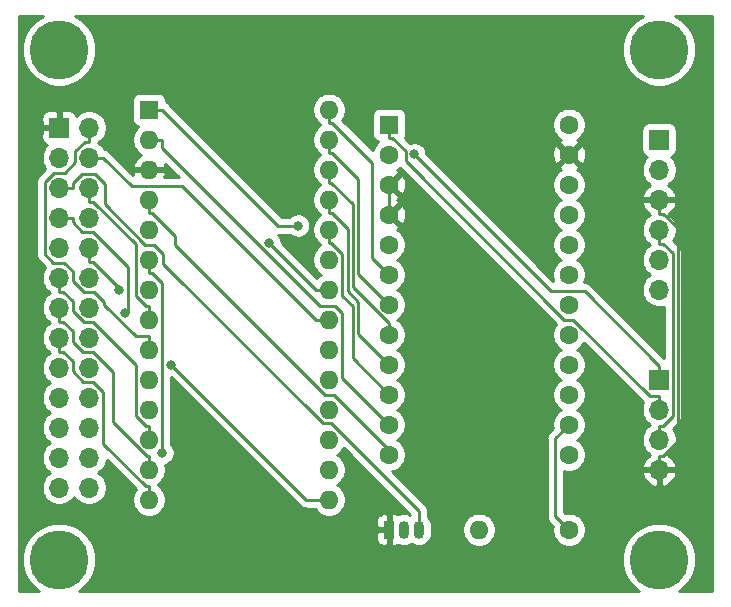
<source format=gbl>
G04 #@! TF.GenerationSoftware,KiCad,Pcbnew,(5.1.6)-1*
G04 #@! TF.CreationDate,2021-10-09T22:21:20+02:00*
G04 #@! TF.ProjectId,kicad-c128keyb,6b696361-642d-4633-9132-386b6579622e,rev?*
G04 #@! TF.SameCoordinates,Original*
G04 #@! TF.FileFunction,Copper,L2,Bot*
G04 #@! TF.FilePolarity,Positive*
%FSLAX46Y46*%
G04 Gerber Fmt 4.6, Leading zero omitted, Abs format (unit mm)*
G04 Created by KiCad (PCBNEW (5.1.6)-1) date 2021-10-09 22:21:20*
%MOMM*%
%LPD*%
G01*
G04 APERTURE LIST*
G04 #@! TA.AperFunction,ComponentPad*
%ADD10C,5.000000*%
G04 #@! TD*
G04 #@! TA.AperFunction,ComponentPad*
%ADD11R,1.700000X1.700000*%
G04 #@! TD*
G04 #@! TA.AperFunction,ComponentPad*
%ADD12O,1.700000X1.700000*%
G04 #@! TD*
G04 #@! TA.AperFunction,ComponentPad*
%ADD13C,1.600000*%
G04 #@! TD*
G04 #@! TA.AperFunction,ComponentPad*
%ADD14R,1.600000X1.600000*%
G04 #@! TD*
G04 #@! TA.AperFunction,ComponentPad*
%ADD15O,1.600000X1.600000*%
G04 #@! TD*
G04 #@! TA.AperFunction,ComponentPad*
%ADD16O,0.900000X1.500000*%
G04 #@! TD*
G04 #@! TA.AperFunction,ComponentPad*
%ADD17R,0.900000X1.500000*%
G04 #@! TD*
G04 #@! TA.AperFunction,ViaPad*
%ADD18C,0.800000*%
G04 #@! TD*
G04 #@! TA.AperFunction,Conductor*
%ADD19C,0.250000*%
G04 #@! TD*
G04 #@! TA.AperFunction,Conductor*
%ADD20C,0.254000*%
G04 #@! TD*
G04 APERTURE END LIST*
D10*
X99060000Y-106680000D03*
X149860000Y-106680000D03*
X149860000Y-63500000D03*
X99060000Y-63500000D03*
D11*
X99060000Y-70104000D03*
D12*
X101600000Y-70104000D03*
X99060000Y-72644000D03*
X101600000Y-72644000D03*
X99060000Y-75184000D03*
X101600000Y-75184000D03*
X99060000Y-77724000D03*
X101600000Y-77724000D03*
X99060000Y-80264000D03*
X101600000Y-80264000D03*
X99060000Y-82804000D03*
X101600000Y-82804000D03*
X99060000Y-85344000D03*
X101600000Y-85344000D03*
X99060000Y-87884000D03*
X101600000Y-87884000D03*
X99060000Y-90424000D03*
X101600000Y-90424000D03*
X99060000Y-92964000D03*
X101600000Y-92964000D03*
X99060000Y-95504000D03*
X101600000Y-95504000D03*
X99060000Y-98044000D03*
X101600000Y-98044000D03*
X99060000Y-100584000D03*
X101600000Y-100584000D03*
D13*
X142240000Y-69850000D03*
X142240000Y-72390000D03*
X142240000Y-74930000D03*
X142240000Y-77470000D03*
X142240000Y-80010000D03*
X142240000Y-82550000D03*
X142240000Y-85090000D03*
X142240000Y-87630000D03*
X142240000Y-90170000D03*
X142240000Y-92710000D03*
X142240000Y-95250000D03*
X142240000Y-97790000D03*
X127000000Y-97790000D03*
X127000000Y-95250000D03*
X127000000Y-92710000D03*
X127000000Y-90170000D03*
X127000000Y-87630000D03*
X127000000Y-85090000D03*
X127000000Y-82550000D03*
X127000000Y-80010000D03*
X127000000Y-77470000D03*
X127000000Y-74930000D03*
X127000000Y-72390000D03*
D14*
X127000000Y-69850000D03*
X106680000Y-68580000D03*
D15*
X121920000Y-101600000D03*
X106680000Y-71120000D03*
X121920000Y-99060000D03*
X106680000Y-73660000D03*
X121920000Y-96520000D03*
X106680000Y-76200000D03*
X121920000Y-93980000D03*
X106680000Y-78740000D03*
X121920000Y-91440000D03*
X106680000Y-81280000D03*
X121920000Y-88900000D03*
X106680000Y-83820000D03*
X121920000Y-86360000D03*
X106680000Y-86360000D03*
X121920000Y-83820000D03*
X106680000Y-88900000D03*
X121920000Y-81280000D03*
X106680000Y-91440000D03*
X121920000Y-78740000D03*
X106680000Y-93980000D03*
X121920000Y-76200000D03*
X106680000Y-96520000D03*
X121920000Y-73660000D03*
X106680000Y-99060000D03*
X121920000Y-71120000D03*
X106680000Y-101600000D03*
X121920000Y-68580000D03*
D13*
X142240000Y-104140000D03*
D15*
X134620000Y-104140000D03*
D16*
X128270000Y-104140000D03*
X129540000Y-104140000D03*
D17*
X127000000Y-104140000D03*
D11*
X149860000Y-71120000D03*
D12*
X149860000Y-73660000D03*
X149860000Y-76200000D03*
X149860000Y-78740000D03*
X149860000Y-81280000D03*
X149860000Y-83820000D03*
D11*
X149860000Y-91440000D03*
D12*
X149860000Y-93980000D03*
X149860000Y-96520000D03*
X149860000Y-99060000D03*
D18*
X104637300Y-85829600D03*
X119297500Y-78401100D03*
X108568600Y-90170000D03*
X107814700Y-97645400D03*
X116861800Y-79887100D03*
X104136900Y-83820000D03*
X129123500Y-72359400D03*
D19*
X100235300Y-77724000D02*
X100235300Y-78091400D01*
X100235300Y-78091400D02*
X101043200Y-78899300D01*
X101043200Y-78899300D02*
X101897700Y-78899300D01*
X101897700Y-78899300D02*
X104870700Y-81872300D01*
X104870700Y-81872300D02*
X104870700Y-85596200D01*
X104870700Y-85596200D02*
X104637300Y-85829600D01*
X99060000Y-77724000D02*
X100235300Y-77724000D01*
X149860000Y-78740000D02*
X149860000Y-79915300D01*
X149860000Y-96520000D02*
X149860000Y-95344700D01*
X149860000Y-95344700D02*
X150227300Y-95344700D01*
X150227300Y-95344700D02*
X151035300Y-94536700D01*
X151035300Y-94536700D02*
X151035300Y-80723200D01*
X151035300Y-80723200D02*
X150227400Y-79915300D01*
X150227400Y-79915300D02*
X149860000Y-79915300D01*
X149860000Y-76200000D02*
X149860000Y-77375300D01*
X149860000Y-99060000D02*
X149860000Y-97884700D01*
X149860000Y-97884700D02*
X150227300Y-97884700D01*
X150227300Y-97884700D02*
X151496600Y-96615400D01*
X151496600Y-96615400D02*
X151496600Y-78644600D01*
X151496600Y-78644600D02*
X150227300Y-77375300D01*
X150227300Y-77375300D02*
X149860000Y-77375300D01*
X127000000Y-74930000D02*
X127000000Y-77470000D01*
X106680000Y-68580000D02*
X107805300Y-68580000D01*
X107805300Y-68580000D02*
X117626400Y-78401100D01*
X117626400Y-78401100D02*
X119297500Y-78401100D01*
X106680000Y-71120000D02*
X107805300Y-71120000D01*
X107805300Y-71120000D02*
X107805300Y-71858500D01*
X107805300Y-71858500D02*
X121166700Y-85219900D01*
X121166700Y-85219900D02*
X122424500Y-85219900D01*
X122424500Y-85219900D02*
X123045400Y-85840800D01*
X123045400Y-85840800D02*
X123045400Y-91295400D01*
X123045400Y-91295400D02*
X127000000Y-95250000D01*
X106680000Y-77325300D02*
X106961400Y-77325300D01*
X106961400Y-77325300D02*
X108876600Y-79240500D01*
X108876600Y-79240500D02*
X108876600Y-80053100D01*
X108876600Y-80053100D02*
X121533500Y-92710000D01*
X121533500Y-92710000D02*
X122315100Y-92710000D01*
X122315100Y-92710000D02*
X127000000Y-97394900D01*
X127000000Y-97394900D02*
X127000000Y-97790000D01*
X106680000Y-76200000D02*
X106680000Y-77325300D01*
X127000000Y-92710000D02*
X123907400Y-89617400D01*
X123907400Y-89617400D02*
X123907400Y-85221800D01*
X123907400Y-85221800D02*
X123045300Y-84359700D01*
X123045300Y-84359700D02*
X123045300Y-80813800D01*
X123045300Y-80813800D02*
X122096800Y-79865300D01*
X122096800Y-79865300D02*
X121920000Y-79865300D01*
X121920000Y-78740000D02*
X121920000Y-79865300D01*
X127000000Y-90170000D02*
X124396200Y-87566200D01*
X124396200Y-87566200D02*
X124396200Y-84848900D01*
X124396200Y-84848900D02*
X123495600Y-83948300D01*
X123495600Y-83948300D02*
X123495600Y-78650700D01*
X123495600Y-78650700D02*
X122170200Y-77325300D01*
X122170200Y-77325300D02*
X121920000Y-77325300D01*
X121920000Y-76200000D02*
X121920000Y-77325300D01*
X121920000Y-73660000D02*
X121920000Y-74785300D01*
X121920000Y-74785300D02*
X122120000Y-74785300D01*
X122120000Y-74785300D02*
X123945900Y-76611200D01*
X123945900Y-76611200D02*
X123945900Y-83627400D01*
X123945900Y-83627400D02*
X127000000Y-86681500D01*
X127000000Y-86681500D02*
X127000000Y-87630000D01*
X121920000Y-72245300D02*
X122170200Y-72245300D01*
X122170200Y-72245300D02*
X124396200Y-74471300D01*
X124396200Y-74471300D02*
X124396200Y-82486200D01*
X124396200Y-82486200D02*
X127000000Y-85090000D01*
X121920000Y-71120000D02*
X121920000Y-72245300D01*
X121920000Y-68580000D02*
X121920000Y-69705300D01*
X121920000Y-69705300D02*
X122201300Y-69705300D01*
X122201300Y-69705300D02*
X125585400Y-73089400D01*
X125585400Y-73089400D02*
X125585400Y-81135400D01*
X125585400Y-81135400D02*
X127000000Y-82550000D01*
X121920000Y-101600000D02*
X119998600Y-101600000D01*
X119998600Y-101600000D02*
X108568600Y-90170000D01*
X99060000Y-82804000D02*
X99060000Y-83979300D01*
X106680000Y-96520000D02*
X106680000Y-95394700D01*
X106680000Y-95394700D02*
X106398600Y-95394700D01*
X106398600Y-95394700D02*
X105554700Y-94550800D01*
X105554700Y-94550800D02*
X105554700Y-90176300D01*
X105554700Y-90176300D02*
X101959000Y-86580600D01*
X101959000Y-86580600D02*
X101152400Y-86580600D01*
X101152400Y-86580600D02*
X100235300Y-85663500D01*
X100235300Y-85663500D02*
X100235300Y-84787200D01*
X100235300Y-84787200D02*
X99427400Y-83979300D01*
X99427400Y-83979300D02*
X99060000Y-83979300D01*
X106680000Y-97934700D02*
X106503200Y-97934700D01*
X106503200Y-97934700D02*
X103622400Y-95053900D01*
X103622400Y-95053900D02*
X103622400Y-90782800D01*
X103622400Y-90782800D02*
X101960200Y-89120600D01*
X101960200Y-89120600D02*
X101108400Y-89120600D01*
X101108400Y-89120600D02*
X100235300Y-88247500D01*
X100235300Y-88247500D02*
X100235300Y-87327200D01*
X100235300Y-87327200D02*
X99427400Y-86519300D01*
X99427400Y-86519300D02*
X99060000Y-86519300D01*
X99060000Y-85344000D02*
X99060000Y-86519300D01*
X106680000Y-99060000D02*
X106680000Y-97934700D01*
X99060000Y-87884000D02*
X99060000Y-89059300D01*
X106680000Y-101600000D02*
X106680000Y-100474700D01*
X106680000Y-100474700D02*
X106398700Y-100474700D01*
X106398700Y-100474700D02*
X102788900Y-96864900D01*
X102788900Y-96864900D02*
X102788900Y-92490600D01*
X102788900Y-92490600D02*
X101897700Y-91599400D01*
X101897700Y-91599400D02*
X101110600Y-91599400D01*
X101110600Y-91599400D02*
X100235300Y-90724100D01*
X100235300Y-90724100D02*
X100235300Y-89867200D01*
X100235300Y-89867200D02*
X99427400Y-89059300D01*
X99427400Y-89059300D02*
X99060000Y-89059300D01*
X106680000Y-81280000D02*
X106680000Y-82405300D01*
X106680000Y-82405300D02*
X106961300Y-82405300D01*
X106961300Y-82405300D02*
X107814700Y-83258700D01*
X107814700Y-83258700D02*
X107814700Y-97645400D01*
X101600000Y-70104000D02*
X101600000Y-71279300D01*
X106680000Y-88900000D02*
X106680000Y-87774700D01*
X106680000Y-87774700D02*
X105554700Y-87774700D01*
X105554700Y-87774700D02*
X102861100Y-85081100D01*
X102861100Y-85081100D02*
X102861100Y-84853000D01*
X102861100Y-84853000D02*
X102048700Y-84040600D01*
X102048700Y-84040600D02*
X101152400Y-84040600D01*
X101152400Y-84040600D02*
X100235400Y-83123600D01*
X100235400Y-83123600D02*
X100235400Y-82278400D01*
X100235400Y-82278400D02*
X99491000Y-81534000D01*
X99491000Y-81534000D02*
X98587300Y-81534000D01*
X98587300Y-81534000D02*
X97873000Y-80819700D01*
X97873000Y-80819700D02*
X97873000Y-74682300D01*
X97873000Y-74682300D02*
X98641300Y-73914000D01*
X98641300Y-73914000D02*
X99538300Y-73914000D01*
X99538300Y-73914000D02*
X100424700Y-73027600D01*
X100424700Y-73027600D02*
X100424700Y-72087200D01*
X100424700Y-72087200D02*
X101232600Y-71279300D01*
X101232600Y-71279300D02*
X101600000Y-71279300D01*
X102775300Y-72644000D02*
X105205900Y-75074600D01*
X105205900Y-75074600D02*
X109509300Y-75074600D01*
X109509300Y-75074600D02*
X120794700Y-86360000D01*
X101600000Y-72644000D02*
X102775300Y-72644000D01*
X121920000Y-86360000D02*
X120794700Y-86360000D01*
X101600000Y-75184000D02*
X101600000Y-76359300D01*
X106680000Y-86360000D02*
X106680000Y-85234700D01*
X106680000Y-85234700D02*
X106398600Y-85234700D01*
X106398600Y-85234700D02*
X105554700Y-84390800D01*
X105554700Y-84390800D02*
X105554700Y-79946700D01*
X105554700Y-79946700D02*
X101967300Y-76359300D01*
X101967300Y-76359300D02*
X101600000Y-76359300D01*
X120794700Y-83820000D02*
X116861800Y-79887100D01*
X121920000Y-83820000D02*
X120794700Y-83820000D01*
X101600000Y-81439300D02*
X101916100Y-81439300D01*
X101916100Y-81439300D02*
X104136900Y-83660100D01*
X104136900Y-83660100D02*
X104136900Y-83820000D01*
X101600000Y-80264000D02*
X101600000Y-81439300D01*
X99060000Y-75184000D02*
X100235300Y-75184000D01*
X129540000Y-104140000D02*
X129540000Y-102548400D01*
X129540000Y-102548400D02*
X122097000Y-95105400D01*
X122097000Y-95105400D02*
X121373400Y-95105400D01*
X121373400Y-95105400D02*
X107881400Y-81613400D01*
X107881400Y-81613400D02*
X107881400Y-80823200D01*
X107881400Y-80823200D02*
X107068200Y-80010000D01*
X107068200Y-80010000D02*
X106356600Y-80010000D01*
X106356600Y-80010000D02*
X102925700Y-76579100D01*
X102925700Y-76579100D02*
X102925700Y-74836000D01*
X102925700Y-74836000D02*
X102098400Y-74008700D01*
X102098400Y-74008700D02*
X101043200Y-74008700D01*
X101043200Y-74008700D02*
X100235300Y-74816600D01*
X100235300Y-74816600D02*
X100235300Y-75184000D01*
X149860000Y-91440000D02*
X149860000Y-90264700D01*
X149860000Y-90264700D02*
X143559900Y-83964600D01*
X143559900Y-83964600D02*
X140728700Y-83964600D01*
X140728700Y-83964600D02*
X129123500Y-72359400D01*
X127000000Y-70975300D02*
X127281400Y-70975300D01*
X127281400Y-70975300D02*
X128398200Y-72092100D01*
X128398200Y-72092100D02*
X128398200Y-72920100D01*
X128398200Y-72920100D02*
X141838100Y-86360000D01*
X141838100Y-86360000D02*
X142613600Y-86360000D01*
X142613600Y-86360000D02*
X149058300Y-92804700D01*
X149058300Y-92804700D02*
X149860000Y-92804700D01*
X127000000Y-69850000D02*
X127000000Y-70975300D01*
X149860000Y-93980000D02*
X149860000Y-92804700D01*
X142240000Y-104140000D02*
X141090600Y-102990600D01*
X141090600Y-102990600D02*
X141090600Y-96399400D01*
X141090600Y-96399400D02*
X142240000Y-95250000D01*
D20*
G36*
X97575021Y-60721799D02*
G01*
X97061554Y-61064886D01*
X96624886Y-61501554D01*
X96281799Y-62015021D01*
X96045476Y-62585554D01*
X95925000Y-63191229D01*
X95925000Y-63808771D01*
X96045476Y-64414446D01*
X96281799Y-64984979D01*
X96624886Y-65498446D01*
X97061554Y-65935114D01*
X97575021Y-66278201D01*
X98145554Y-66514524D01*
X98751229Y-66635000D01*
X99368771Y-66635000D01*
X99974446Y-66514524D01*
X100544979Y-66278201D01*
X101058446Y-65935114D01*
X101495114Y-65498446D01*
X101838201Y-64984979D01*
X102074524Y-64414446D01*
X102195000Y-63808771D01*
X102195000Y-63191229D01*
X102074524Y-62585554D01*
X101838201Y-62015021D01*
X101495114Y-61501554D01*
X101058446Y-61064886D01*
X100544979Y-60721799D01*
X100395783Y-60660000D01*
X148524217Y-60660000D01*
X148375021Y-60721799D01*
X147861554Y-61064886D01*
X147424886Y-61501554D01*
X147081799Y-62015021D01*
X146845476Y-62585554D01*
X146725000Y-63191229D01*
X146725000Y-63808771D01*
X146845476Y-64414446D01*
X147081799Y-64984979D01*
X147424886Y-65498446D01*
X147861554Y-65935114D01*
X148375021Y-66278201D01*
X148945554Y-66514524D01*
X149551229Y-66635000D01*
X150168771Y-66635000D01*
X150774446Y-66514524D01*
X151344979Y-66278201D01*
X151858446Y-65935114D01*
X152295114Y-65498446D01*
X152638201Y-64984979D01*
X152874524Y-64414446D01*
X152995000Y-63808771D01*
X152995000Y-63191229D01*
X152874524Y-62585554D01*
X152638201Y-62015021D01*
X152295114Y-61501554D01*
X151858446Y-61064886D01*
X151344979Y-60721799D01*
X151195783Y-60660000D01*
X154340001Y-60660000D01*
X154340000Y-109340000D01*
X151521880Y-109340000D01*
X151858446Y-109115114D01*
X152295114Y-108678446D01*
X152638201Y-108164979D01*
X152874524Y-107594446D01*
X152995000Y-106988771D01*
X152995000Y-106371229D01*
X152874524Y-105765554D01*
X152638201Y-105195021D01*
X152295114Y-104681554D01*
X151858446Y-104244886D01*
X151344979Y-103901799D01*
X150774446Y-103665476D01*
X150168771Y-103545000D01*
X149551229Y-103545000D01*
X148945554Y-103665476D01*
X148375021Y-103901799D01*
X147861554Y-104244886D01*
X147424886Y-104681554D01*
X147081799Y-105195021D01*
X146845476Y-105765554D01*
X146725000Y-106371229D01*
X146725000Y-106988771D01*
X146845476Y-107594446D01*
X147081799Y-108164979D01*
X147424886Y-108678446D01*
X147861554Y-109115114D01*
X148198120Y-109340000D01*
X100721880Y-109340000D01*
X101058446Y-109115114D01*
X101495114Y-108678446D01*
X101838201Y-108164979D01*
X102074524Y-107594446D01*
X102195000Y-106988771D01*
X102195000Y-106371229D01*
X102074524Y-105765554D01*
X101838201Y-105195021D01*
X101634393Y-104890000D01*
X125911928Y-104890000D01*
X125924188Y-105014482D01*
X125960498Y-105134180D01*
X126019463Y-105244494D01*
X126098815Y-105341185D01*
X126195506Y-105420537D01*
X126305820Y-105479502D01*
X126425518Y-105515812D01*
X126550000Y-105528072D01*
X126714250Y-105525000D01*
X126873000Y-105366250D01*
X126873000Y-104267000D01*
X126073750Y-104267000D01*
X125915000Y-104425750D01*
X125911928Y-104890000D01*
X101634393Y-104890000D01*
X101495114Y-104681554D01*
X101058446Y-104244886D01*
X100544979Y-103901799D01*
X99974446Y-103665476D01*
X99368771Y-103545000D01*
X98751229Y-103545000D01*
X98145554Y-103665476D01*
X97575021Y-103901799D01*
X97061554Y-104244886D01*
X96624886Y-104681554D01*
X96281799Y-105195021D01*
X96045476Y-105765554D01*
X95925000Y-106371229D01*
X95925000Y-106988771D01*
X96045476Y-107594446D01*
X96281799Y-108164979D01*
X96624886Y-108678446D01*
X97061554Y-109115114D01*
X97398120Y-109340000D01*
X95660000Y-109340000D01*
X95660000Y-103390000D01*
X125911928Y-103390000D01*
X125915000Y-103854250D01*
X126073750Y-104013000D01*
X126873000Y-104013000D01*
X126873000Y-102913750D01*
X126714250Y-102755000D01*
X126550000Y-102751928D01*
X126425518Y-102764188D01*
X126305820Y-102800498D01*
X126195506Y-102859463D01*
X126098815Y-102938815D01*
X126019463Y-103035506D01*
X125960498Y-103145820D01*
X125924188Y-103265518D01*
X125911928Y-103390000D01*
X95660000Y-103390000D01*
X95660000Y-74682300D01*
X97109324Y-74682300D01*
X97113001Y-74719632D01*
X97113000Y-80782377D01*
X97109324Y-80819700D01*
X97113000Y-80857022D01*
X97113000Y-80857032D01*
X97123997Y-80968685D01*
X97155761Y-81073399D01*
X97167454Y-81111946D01*
X97238026Y-81243976D01*
X97276055Y-81290314D01*
X97332999Y-81359701D01*
X97362002Y-81383503D01*
X97878223Y-81899725D01*
X97744010Y-82100589D01*
X97632068Y-82370842D01*
X97575000Y-82657740D01*
X97575000Y-82950260D01*
X97632068Y-83237158D01*
X97744010Y-83507411D01*
X97906525Y-83750632D01*
X98113368Y-83957475D01*
X98287760Y-84074000D01*
X98113368Y-84190525D01*
X97906525Y-84397368D01*
X97744010Y-84640589D01*
X97632068Y-84910842D01*
X97575000Y-85197740D01*
X97575000Y-85490260D01*
X97632068Y-85777158D01*
X97744010Y-86047411D01*
X97906525Y-86290632D01*
X98113368Y-86497475D01*
X98287760Y-86614000D01*
X98113368Y-86730525D01*
X97906525Y-86937368D01*
X97744010Y-87180589D01*
X97632068Y-87450842D01*
X97575000Y-87737740D01*
X97575000Y-88030260D01*
X97632068Y-88317158D01*
X97744010Y-88587411D01*
X97906525Y-88830632D01*
X98113368Y-89037475D01*
X98287760Y-89154000D01*
X98113368Y-89270525D01*
X97906525Y-89477368D01*
X97744010Y-89720589D01*
X97632068Y-89990842D01*
X97575000Y-90277740D01*
X97575000Y-90570260D01*
X97632068Y-90857158D01*
X97744010Y-91127411D01*
X97906525Y-91370632D01*
X98113368Y-91577475D01*
X98287760Y-91694000D01*
X98113368Y-91810525D01*
X97906525Y-92017368D01*
X97744010Y-92260589D01*
X97632068Y-92530842D01*
X97575000Y-92817740D01*
X97575000Y-93110260D01*
X97632068Y-93397158D01*
X97744010Y-93667411D01*
X97906525Y-93910632D01*
X98113368Y-94117475D01*
X98287760Y-94234000D01*
X98113368Y-94350525D01*
X97906525Y-94557368D01*
X97744010Y-94800589D01*
X97632068Y-95070842D01*
X97575000Y-95357740D01*
X97575000Y-95650260D01*
X97632068Y-95937158D01*
X97744010Y-96207411D01*
X97906525Y-96450632D01*
X98113368Y-96657475D01*
X98287760Y-96774000D01*
X98113368Y-96890525D01*
X97906525Y-97097368D01*
X97744010Y-97340589D01*
X97632068Y-97610842D01*
X97575000Y-97897740D01*
X97575000Y-98190260D01*
X97632068Y-98477158D01*
X97744010Y-98747411D01*
X97906525Y-98990632D01*
X98113368Y-99197475D01*
X98287760Y-99314000D01*
X98113368Y-99430525D01*
X97906525Y-99637368D01*
X97744010Y-99880589D01*
X97632068Y-100150842D01*
X97575000Y-100437740D01*
X97575000Y-100730260D01*
X97632068Y-101017158D01*
X97744010Y-101287411D01*
X97906525Y-101530632D01*
X98113368Y-101737475D01*
X98356589Y-101899990D01*
X98626842Y-102011932D01*
X98913740Y-102069000D01*
X99206260Y-102069000D01*
X99493158Y-102011932D01*
X99763411Y-101899990D01*
X100006632Y-101737475D01*
X100213475Y-101530632D01*
X100330000Y-101356240D01*
X100446525Y-101530632D01*
X100653368Y-101737475D01*
X100896589Y-101899990D01*
X101166842Y-102011932D01*
X101453740Y-102069000D01*
X101746260Y-102069000D01*
X102033158Y-102011932D01*
X102303411Y-101899990D01*
X102546632Y-101737475D01*
X102753475Y-101530632D01*
X102915990Y-101287411D01*
X103027932Y-101017158D01*
X103085000Y-100730260D01*
X103085000Y-100437740D01*
X103027932Y-100150842D01*
X102915990Y-99880589D01*
X102753475Y-99637368D01*
X102546632Y-99430525D01*
X102372240Y-99314000D01*
X102546632Y-99197475D01*
X102753475Y-98990632D01*
X102915990Y-98747411D01*
X103027932Y-98477158D01*
X103077444Y-98228245D01*
X105552977Y-100703779D01*
X105408320Y-100920273D01*
X105300147Y-101181426D01*
X105245000Y-101458665D01*
X105245000Y-101741335D01*
X105300147Y-102018574D01*
X105408320Y-102279727D01*
X105565363Y-102514759D01*
X105765241Y-102714637D01*
X106000273Y-102871680D01*
X106261426Y-102979853D01*
X106538665Y-103035000D01*
X106821335Y-103035000D01*
X107098574Y-102979853D01*
X107359727Y-102871680D01*
X107594759Y-102714637D01*
X107794637Y-102514759D01*
X107951680Y-102279727D01*
X108059853Y-102018574D01*
X108115000Y-101741335D01*
X108115000Y-101458665D01*
X108059853Y-101181426D01*
X107951680Y-100920273D01*
X107794637Y-100685241D01*
X107594759Y-100485363D01*
X107434158Y-100378053D01*
X107429003Y-100325714D01*
X107418833Y-100292187D01*
X107594759Y-100174637D01*
X107794637Y-99974759D01*
X107951680Y-99739727D01*
X108059853Y-99478574D01*
X108115000Y-99201335D01*
X108115000Y-98918665D01*
X108061860Y-98651514D01*
X108116598Y-98640626D01*
X108304956Y-98562605D01*
X108474474Y-98449337D01*
X108618637Y-98305174D01*
X108731905Y-98135656D01*
X108809926Y-97947298D01*
X108849700Y-97747339D01*
X108849700Y-97543461D01*
X108809926Y-97343502D01*
X108731905Y-97155144D01*
X108618637Y-96985626D01*
X108574700Y-96941689D01*
X108574700Y-91250901D01*
X119434801Y-102111003D01*
X119458599Y-102140001D01*
X119487597Y-102163799D01*
X119574323Y-102234974D01*
X119706353Y-102305546D01*
X119849614Y-102349003D01*
X119961267Y-102360000D01*
X119961277Y-102360000D01*
X119998599Y-102363676D01*
X120035922Y-102360000D01*
X120701957Y-102360000D01*
X120805363Y-102514759D01*
X121005241Y-102714637D01*
X121240273Y-102871680D01*
X121501426Y-102979853D01*
X121778665Y-103035000D01*
X122061335Y-103035000D01*
X122338574Y-102979853D01*
X122599727Y-102871680D01*
X122834759Y-102714637D01*
X123034637Y-102514759D01*
X123191680Y-102279727D01*
X123299853Y-102018574D01*
X123355000Y-101741335D01*
X123355000Y-101458665D01*
X123299853Y-101181426D01*
X123191680Y-100920273D01*
X123034637Y-100685241D01*
X122834759Y-100485363D01*
X122602241Y-100330000D01*
X122834759Y-100174637D01*
X123034637Y-99974759D01*
X123191680Y-99739727D01*
X123299853Y-99478574D01*
X123355000Y-99201335D01*
X123355000Y-98918665D01*
X123299853Y-98641426D01*
X123191680Y-98380273D01*
X123034637Y-98145241D01*
X122834759Y-97945363D01*
X122602241Y-97790000D01*
X122834759Y-97634637D01*
X123034637Y-97434759D01*
X123161577Y-97244779D01*
X128780001Y-102863203D01*
X128780001Y-102882333D01*
X128687220Y-102832741D01*
X128482697Y-102770700D01*
X128270000Y-102749751D01*
X128057304Y-102770700D01*
X127852781Y-102832741D01*
X127803641Y-102859007D01*
X127694180Y-102800498D01*
X127574482Y-102764188D01*
X127450000Y-102751928D01*
X127285750Y-102755000D01*
X127127000Y-102913750D01*
X127127000Y-104013000D01*
X127147000Y-104013000D01*
X127147000Y-104267000D01*
X127127000Y-104267000D01*
X127127000Y-105366250D01*
X127285750Y-105525000D01*
X127450000Y-105528072D01*
X127574482Y-105515812D01*
X127694180Y-105479502D01*
X127803640Y-105420993D01*
X127852780Y-105447259D01*
X128057303Y-105509300D01*
X128270000Y-105530249D01*
X128482696Y-105509300D01*
X128687219Y-105447259D01*
X128875710Y-105346509D01*
X128905000Y-105322471D01*
X128934290Y-105346509D01*
X129122780Y-105447259D01*
X129327303Y-105509300D01*
X129540000Y-105530249D01*
X129752696Y-105509300D01*
X129957219Y-105447259D01*
X130145710Y-105346509D01*
X130310922Y-105210922D01*
X130446509Y-105045710D01*
X130547259Y-104857220D01*
X130609300Y-104652697D01*
X130625000Y-104493294D01*
X130625000Y-103998665D01*
X133185000Y-103998665D01*
X133185000Y-104281335D01*
X133240147Y-104558574D01*
X133348320Y-104819727D01*
X133505363Y-105054759D01*
X133705241Y-105254637D01*
X133940273Y-105411680D01*
X134201426Y-105519853D01*
X134478665Y-105575000D01*
X134761335Y-105575000D01*
X135038574Y-105519853D01*
X135299727Y-105411680D01*
X135534759Y-105254637D01*
X135734637Y-105054759D01*
X135891680Y-104819727D01*
X135999853Y-104558574D01*
X136055000Y-104281335D01*
X136055000Y-103998665D01*
X135999853Y-103721426D01*
X135891680Y-103460273D01*
X135734637Y-103225241D01*
X135534759Y-103025363D01*
X135299727Y-102868320D01*
X135038574Y-102760147D01*
X134761335Y-102705000D01*
X134478665Y-102705000D01*
X134201426Y-102760147D01*
X133940273Y-102868320D01*
X133705241Y-103025363D01*
X133505363Y-103225241D01*
X133348320Y-103460273D01*
X133240147Y-103721426D01*
X133185000Y-103998665D01*
X130625000Y-103998665D01*
X130625000Y-103786707D01*
X130609300Y-103627304D01*
X130547259Y-103422781D01*
X130446509Y-103234290D01*
X130310922Y-103069078D01*
X130300000Y-103060114D01*
X130300000Y-102585733D01*
X130303677Y-102548400D01*
X130289003Y-102399414D01*
X130245546Y-102256153D01*
X130174974Y-102124124D01*
X130103799Y-102037397D01*
X130080001Y-102008399D01*
X130051003Y-101984601D01*
X127266504Y-99200102D01*
X127418574Y-99169853D01*
X127679727Y-99061680D01*
X127914759Y-98904637D01*
X128114637Y-98704759D01*
X128271680Y-98469727D01*
X128379853Y-98208574D01*
X128435000Y-97931335D01*
X128435000Y-97648665D01*
X128379853Y-97371426D01*
X128271680Y-97110273D01*
X128114637Y-96875241D01*
X127914759Y-96675363D01*
X127682241Y-96520000D01*
X127914759Y-96364637D01*
X128114637Y-96164759D01*
X128271680Y-95929727D01*
X128379853Y-95668574D01*
X128435000Y-95391335D01*
X128435000Y-95108665D01*
X128379853Y-94831426D01*
X128271680Y-94570273D01*
X128114637Y-94335241D01*
X127914759Y-94135363D01*
X127682241Y-93980000D01*
X127914759Y-93824637D01*
X128114637Y-93624759D01*
X128271680Y-93389727D01*
X128379853Y-93128574D01*
X128435000Y-92851335D01*
X128435000Y-92568665D01*
X128379853Y-92291426D01*
X128271680Y-92030273D01*
X128114637Y-91795241D01*
X127914759Y-91595363D01*
X127682241Y-91440000D01*
X127914759Y-91284637D01*
X128114637Y-91084759D01*
X128271680Y-90849727D01*
X128379853Y-90588574D01*
X128435000Y-90311335D01*
X128435000Y-90028665D01*
X128379853Y-89751426D01*
X128271680Y-89490273D01*
X128114637Y-89255241D01*
X127914759Y-89055363D01*
X127682241Y-88900000D01*
X127914759Y-88744637D01*
X128114637Y-88544759D01*
X128271680Y-88309727D01*
X128379853Y-88048574D01*
X128435000Y-87771335D01*
X128435000Y-87488665D01*
X128379853Y-87211426D01*
X128271680Y-86950273D01*
X128114637Y-86715241D01*
X127914759Y-86515363D01*
X127694170Y-86367971D01*
X127687892Y-86356225D01*
X127914759Y-86204637D01*
X128114637Y-86004759D01*
X128271680Y-85769727D01*
X128379853Y-85508574D01*
X128435000Y-85231335D01*
X128435000Y-84948665D01*
X128379853Y-84671426D01*
X128271680Y-84410273D01*
X128114637Y-84175241D01*
X127914759Y-83975363D01*
X127682241Y-83820000D01*
X127914759Y-83664637D01*
X128114637Y-83464759D01*
X128271680Y-83229727D01*
X128379853Y-82968574D01*
X128435000Y-82691335D01*
X128435000Y-82408665D01*
X128379853Y-82131426D01*
X128271680Y-81870273D01*
X128114637Y-81635241D01*
X127914759Y-81435363D01*
X127682241Y-81280000D01*
X127914759Y-81124637D01*
X128114637Y-80924759D01*
X128271680Y-80689727D01*
X128379853Y-80428574D01*
X128435000Y-80151335D01*
X128435000Y-79868665D01*
X128379853Y-79591426D01*
X128271680Y-79330273D01*
X128114637Y-79095241D01*
X127914759Y-78895363D01*
X127680872Y-78739085D01*
X127741514Y-78706671D01*
X127813097Y-78462702D01*
X127000000Y-77649605D01*
X126985858Y-77663748D01*
X126806253Y-77484143D01*
X126820395Y-77470000D01*
X127179605Y-77470000D01*
X127992702Y-78283097D01*
X128236671Y-78211514D01*
X128357571Y-77956004D01*
X128426300Y-77681816D01*
X128440217Y-77399488D01*
X128398787Y-77119870D01*
X128303603Y-76853708D01*
X128236671Y-76728486D01*
X127992702Y-76656903D01*
X127179605Y-77470000D01*
X126820395Y-77470000D01*
X126806253Y-77455858D01*
X126985858Y-77276253D01*
X127000000Y-77290395D01*
X127813097Y-76477298D01*
X127741514Y-76233329D01*
X127675364Y-76202029D01*
X127741514Y-76166671D01*
X127813097Y-75922702D01*
X127000000Y-75109605D01*
X126985858Y-75123748D01*
X126806253Y-74944143D01*
X126820395Y-74930000D01*
X127179605Y-74930000D01*
X127992702Y-75743097D01*
X128236671Y-75671514D01*
X128357571Y-75416004D01*
X128426300Y-75141816D01*
X128440217Y-74859488D01*
X128398787Y-74579870D01*
X128303603Y-74313708D01*
X128236671Y-74188486D01*
X127992702Y-74116903D01*
X127179605Y-74930000D01*
X126820395Y-74930000D01*
X126806253Y-74915858D01*
X126985858Y-74736253D01*
X127000000Y-74750395D01*
X127813097Y-73937298D01*
X127741514Y-73693329D01*
X127677008Y-73662806D01*
X127679727Y-73661680D01*
X127910669Y-73507370D01*
X141122630Y-86719332D01*
X140968320Y-86950273D01*
X140860147Y-87211426D01*
X140805000Y-87488665D01*
X140805000Y-87771335D01*
X140860147Y-88048574D01*
X140968320Y-88309727D01*
X141125363Y-88544759D01*
X141325241Y-88744637D01*
X141557759Y-88900000D01*
X141325241Y-89055363D01*
X141125363Y-89255241D01*
X140968320Y-89490273D01*
X140860147Y-89751426D01*
X140805000Y-90028665D01*
X140805000Y-90311335D01*
X140860147Y-90588574D01*
X140968320Y-90849727D01*
X141125363Y-91084759D01*
X141325241Y-91284637D01*
X141557759Y-91440000D01*
X141325241Y-91595363D01*
X141125363Y-91795241D01*
X140968320Y-92030273D01*
X140860147Y-92291426D01*
X140805000Y-92568665D01*
X140805000Y-92851335D01*
X140860147Y-93128574D01*
X140968320Y-93389727D01*
X141125363Y-93624759D01*
X141325241Y-93824637D01*
X141557759Y-93980000D01*
X141325241Y-94135363D01*
X141125363Y-94335241D01*
X140968320Y-94570273D01*
X140860147Y-94831426D01*
X140805000Y-95108665D01*
X140805000Y-95391335D01*
X140841312Y-95573887D01*
X140579598Y-95835601D01*
X140550600Y-95859399D01*
X140526802Y-95888397D01*
X140526801Y-95888398D01*
X140455626Y-95975124D01*
X140385054Y-96107154D01*
X140341598Y-96250415D01*
X140326924Y-96399400D01*
X140330601Y-96436732D01*
X140330600Y-102953277D01*
X140326924Y-102990600D01*
X140330600Y-103027922D01*
X140330600Y-103027932D01*
X140341597Y-103139585D01*
X140379798Y-103265518D01*
X140385054Y-103282846D01*
X140455626Y-103414876D01*
X140462113Y-103422780D01*
X140550599Y-103530601D01*
X140579603Y-103554404D01*
X140841312Y-103816113D01*
X140805000Y-103998665D01*
X140805000Y-104281335D01*
X140860147Y-104558574D01*
X140968320Y-104819727D01*
X141125363Y-105054759D01*
X141325241Y-105254637D01*
X141560273Y-105411680D01*
X141821426Y-105519853D01*
X142098665Y-105575000D01*
X142381335Y-105575000D01*
X142658574Y-105519853D01*
X142919727Y-105411680D01*
X143154759Y-105254637D01*
X143354637Y-105054759D01*
X143511680Y-104819727D01*
X143619853Y-104558574D01*
X143675000Y-104281335D01*
X143675000Y-103998665D01*
X143619853Y-103721426D01*
X143511680Y-103460273D01*
X143354637Y-103225241D01*
X143154759Y-103025363D01*
X142919727Y-102868320D01*
X142658574Y-102760147D01*
X142381335Y-102705000D01*
X142098665Y-102705000D01*
X141916113Y-102741312D01*
X141850600Y-102675799D01*
X141850600Y-99416890D01*
X148418524Y-99416890D01*
X148463175Y-99564099D01*
X148588359Y-99826920D01*
X148762412Y-100060269D01*
X148978645Y-100255178D01*
X149228748Y-100404157D01*
X149503109Y-100501481D01*
X149733000Y-100380814D01*
X149733000Y-99187000D01*
X149987000Y-99187000D01*
X149987000Y-100380814D01*
X150216891Y-100501481D01*
X150491252Y-100404157D01*
X150741355Y-100255178D01*
X150957588Y-100060269D01*
X151131641Y-99826920D01*
X151256825Y-99564099D01*
X151301476Y-99416890D01*
X151180155Y-99187000D01*
X149987000Y-99187000D01*
X149733000Y-99187000D01*
X148539845Y-99187000D01*
X148418524Y-99416890D01*
X141850600Y-99416890D01*
X141850600Y-99175656D01*
X142098665Y-99225000D01*
X142381335Y-99225000D01*
X142658574Y-99169853D01*
X142919727Y-99061680D01*
X143154759Y-98904637D01*
X143354637Y-98704759D01*
X143511680Y-98469727D01*
X143619853Y-98208574D01*
X143675000Y-97931335D01*
X143675000Y-97648665D01*
X143619853Y-97371426D01*
X143511680Y-97110273D01*
X143354637Y-96875241D01*
X143154759Y-96675363D01*
X142922241Y-96520000D01*
X143154759Y-96364637D01*
X143354637Y-96164759D01*
X143511680Y-95929727D01*
X143619853Y-95668574D01*
X143675000Y-95391335D01*
X143675000Y-95108665D01*
X143619853Y-94831426D01*
X143511680Y-94570273D01*
X143354637Y-94335241D01*
X143154759Y-94135363D01*
X142922241Y-93980000D01*
X143154759Y-93824637D01*
X143354637Y-93624759D01*
X143511680Y-93389727D01*
X143619853Y-93128574D01*
X143675000Y-92851335D01*
X143675000Y-92568665D01*
X143619853Y-92291426D01*
X143511680Y-92030273D01*
X143354637Y-91795241D01*
X143154759Y-91595363D01*
X142922241Y-91440000D01*
X143154759Y-91284637D01*
X143354637Y-91084759D01*
X143511680Y-90849727D01*
X143619853Y-90588574D01*
X143675000Y-90311335D01*
X143675000Y-90028665D01*
X143619853Y-89751426D01*
X143511680Y-89490273D01*
X143354637Y-89255241D01*
X143154759Y-89055363D01*
X142922241Y-88900000D01*
X143154759Y-88744637D01*
X143354637Y-88544759D01*
X143502406Y-88323607D01*
X148494501Y-93315703D01*
X148516636Y-93342675D01*
X148432068Y-93546842D01*
X148375000Y-93833740D01*
X148375000Y-94126260D01*
X148432068Y-94413158D01*
X148544010Y-94683411D01*
X148706525Y-94926632D01*
X148913368Y-95133475D01*
X149087760Y-95250000D01*
X148913368Y-95366525D01*
X148706525Y-95573368D01*
X148544010Y-95816589D01*
X148432068Y-96086842D01*
X148375000Y-96373740D01*
X148375000Y-96666260D01*
X148432068Y-96953158D01*
X148544010Y-97223411D01*
X148706525Y-97466632D01*
X148913368Y-97673475D01*
X149095534Y-97795195D01*
X148978645Y-97864822D01*
X148762412Y-98059731D01*
X148588359Y-98293080D01*
X148463175Y-98555901D01*
X148418524Y-98703110D01*
X148539845Y-98933000D01*
X149733000Y-98933000D01*
X149733000Y-98913000D01*
X149987000Y-98913000D01*
X149987000Y-98933000D01*
X151180155Y-98933000D01*
X151301476Y-98703110D01*
X151256825Y-98555901D01*
X151131641Y-98293080D01*
X150957588Y-98059731D01*
X150741355Y-97864822D01*
X150624466Y-97795195D01*
X150806632Y-97673475D01*
X151013475Y-97466632D01*
X151175990Y-97223411D01*
X151287932Y-96953158D01*
X151345000Y-96666260D01*
X151345000Y-96373740D01*
X151287932Y-96086842D01*
X151175990Y-95816589D01*
X151037491Y-95609310D01*
X151546304Y-95100498D01*
X151575301Y-95076701D01*
X151670274Y-94960976D01*
X151740846Y-94828947D01*
X151784303Y-94685686D01*
X151795300Y-94574033D01*
X151795300Y-94574032D01*
X151798977Y-94536700D01*
X151795300Y-94499367D01*
X151795300Y-80760522D01*
X151798976Y-80723199D01*
X151795300Y-80685876D01*
X151795300Y-80685867D01*
X151784303Y-80574214D01*
X151740846Y-80430953D01*
X151721855Y-80395424D01*
X151670274Y-80298923D01*
X151599099Y-80212197D01*
X151575301Y-80183199D01*
X151546302Y-80159401D01*
X151037531Y-79650630D01*
X151175990Y-79443411D01*
X151287932Y-79173158D01*
X151345000Y-78886260D01*
X151345000Y-78593740D01*
X151287932Y-78306842D01*
X151175990Y-78036589D01*
X151013475Y-77793368D01*
X150806632Y-77586525D01*
X150624466Y-77464805D01*
X150741355Y-77395178D01*
X150957588Y-77200269D01*
X151131641Y-76966920D01*
X151256825Y-76704099D01*
X151301476Y-76556890D01*
X151180155Y-76327000D01*
X149987000Y-76327000D01*
X149987000Y-76347000D01*
X149733000Y-76347000D01*
X149733000Y-76327000D01*
X148539845Y-76327000D01*
X148418524Y-76556890D01*
X148463175Y-76704099D01*
X148588359Y-76966920D01*
X148762412Y-77200269D01*
X148978645Y-77395178D01*
X149095534Y-77464805D01*
X148913368Y-77586525D01*
X148706525Y-77793368D01*
X148544010Y-78036589D01*
X148432068Y-78306842D01*
X148375000Y-78593740D01*
X148375000Y-78886260D01*
X148432068Y-79173158D01*
X148544010Y-79443411D01*
X148706525Y-79686632D01*
X148913368Y-79893475D01*
X149087760Y-80010000D01*
X148913368Y-80126525D01*
X148706525Y-80333368D01*
X148544010Y-80576589D01*
X148432068Y-80846842D01*
X148375000Y-81133740D01*
X148375000Y-81426260D01*
X148432068Y-81713158D01*
X148544010Y-81983411D01*
X148706525Y-82226632D01*
X148913368Y-82433475D01*
X149087760Y-82550000D01*
X148913368Y-82666525D01*
X148706525Y-82873368D01*
X148544010Y-83116589D01*
X148432068Y-83386842D01*
X148375000Y-83673740D01*
X148375000Y-83966260D01*
X148432068Y-84253158D01*
X148544010Y-84523411D01*
X148706525Y-84766632D01*
X148913368Y-84973475D01*
X149156589Y-85135990D01*
X149426842Y-85247932D01*
X149713740Y-85305000D01*
X150006260Y-85305000D01*
X150275301Y-85251484D01*
X150275300Y-89605198D01*
X144123704Y-83453603D01*
X144099901Y-83424599D01*
X143984176Y-83329626D01*
X143852147Y-83259054D01*
X143708886Y-83215597D01*
X143597233Y-83204600D01*
X143597222Y-83204600D01*
X143559900Y-83200924D01*
X143522578Y-83204600D01*
X143522088Y-83204600D01*
X143619853Y-82968574D01*
X143675000Y-82691335D01*
X143675000Y-82408665D01*
X143619853Y-82131426D01*
X143511680Y-81870273D01*
X143354637Y-81635241D01*
X143154759Y-81435363D01*
X142922241Y-81280000D01*
X143154759Y-81124637D01*
X143354637Y-80924759D01*
X143511680Y-80689727D01*
X143619853Y-80428574D01*
X143675000Y-80151335D01*
X143675000Y-79868665D01*
X143619853Y-79591426D01*
X143511680Y-79330273D01*
X143354637Y-79095241D01*
X143154759Y-78895363D01*
X142922241Y-78740000D01*
X143154759Y-78584637D01*
X143354637Y-78384759D01*
X143511680Y-78149727D01*
X143619853Y-77888574D01*
X143675000Y-77611335D01*
X143675000Y-77328665D01*
X143619853Y-77051426D01*
X143511680Y-76790273D01*
X143354637Y-76555241D01*
X143154759Y-76355363D01*
X142922241Y-76200000D01*
X143154759Y-76044637D01*
X143354637Y-75844759D01*
X143511680Y-75609727D01*
X143619853Y-75348574D01*
X143675000Y-75071335D01*
X143675000Y-74788665D01*
X143619853Y-74511426D01*
X143511680Y-74250273D01*
X143354637Y-74015241D01*
X143154759Y-73815363D01*
X142920872Y-73659085D01*
X142981514Y-73626671D01*
X143053097Y-73382702D01*
X142240000Y-72569605D01*
X141426903Y-73382702D01*
X141498486Y-73626671D01*
X141562992Y-73657194D01*
X141560273Y-73658320D01*
X141325241Y-73815363D01*
X141125363Y-74015241D01*
X140968320Y-74250273D01*
X140860147Y-74511426D01*
X140805000Y-74788665D01*
X140805000Y-75071335D01*
X140860147Y-75348574D01*
X140968320Y-75609727D01*
X141125363Y-75844759D01*
X141325241Y-76044637D01*
X141557759Y-76200000D01*
X141325241Y-76355363D01*
X141125363Y-76555241D01*
X140968320Y-76790273D01*
X140860147Y-77051426D01*
X140805000Y-77328665D01*
X140805000Y-77611335D01*
X140860147Y-77888574D01*
X140968320Y-78149727D01*
X141125363Y-78384759D01*
X141325241Y-78584637D01*
X141557759Y-78740000D01*
X141325241Y-78895363D01*
X141125363Y-79095241D01*
X140968320Y-79330273D01*
X140860147Y-79591426D01*
X140805000Y-79868665D01*
X140805000Y-80151335D01*
X140860147Y-80428574D01*
X140968320Y-80689727D01*
X141125363Y-80924759D01*
X141325241Y-81124637D01*
X141557759Y-81280000D01*
X141325241Y-81435363D01*
X141125363Y-81635241D01*
X140968320Y-81870273D01*
X140860147Y-82131426D01*
X140805000Y-82408665D01*
X140805000Y-82691335D01*
X140860147Y-82968574D01*
X140897391Y-83058489D01*
X130299414Y-72460512D01*
X140799783Y-72460512D01*
X140841213Y-72740130D01*
X140936397Y-73006292D01*
X141003329Y-73131514D01*
X141247298Y-73203097D01*
X142060395Y-72390000D01*
X142419605Y-72390000D01*
X143232702Y-73203097D01*
X143476671Y-73131514D01*
X143597571Y-72876004D01*
X143666300Y-72601816D01*
X143680217Y-72319488D01*
X143638787Y-72039870D01*
X143543603Y-71773708D01*
X143476671Y-71648486D01*
X143232702Y-71576903D01*
X142419605Y-72390000D01*
X142060395Y-72390000D01*
X141247298Y-71576903D01*
X141003329Y-71648486D01*
X140882429Y-71903996D01*
X140813700Y-72178184D01*
X140799783Y-72460512D01*
X130299414Y-72460512D01*
X130158500Y-72319599D01*
X130158500Y-72257461D01*
X130118726Y-72057502D01*
X130040705Y-71869144D01*
X129927437Y-71699626D01*
X129783274Y-71555463D01*
X129613756Y-71442195D01*
X129425398Y-71364174D01*
X129225439Y-71324400D01*
X129021561Y-71324400D01*
X128821602Y-71364174D01*
X128767490Y-71386588D01*
X128349646Y-70968744D01*
X128389502Y-70894180D01*
X128425812Y-70774482D01*
X128438072Y-70650000D01*
X128438072Y-69708665D01*
X140805000Y-69708665D01*
X140805000Y-69991335D01*
X140860147Y-70268574D01*
X140968320Y-70529727D01*
X141125363Y-70764759D01*
X141325241Y-70964637D01*
X141559128Y-71120915D01*
X141498486Y-71153329D01*
X141426903Y-71397298D01*
X142240000Y-72210395D01*
X143053097Y-71397298D01*
X142981514Y-71153329D01*
X142917008Y-71122806D01*
X142919727Y-71121680D01*
X143154759Y-70964637D01*
X143354637Y-70764759D01*
X143511680Y-70529727D01*
X143619262Y-70270000D01*
X148371928Y-70270000D01*
X148371928Y-71970000D01*
X148384188Y-72094482D01*
X148420498Y-72214180D01*
X148479463Y-72324494D01*
X148558815Y-72421185D01*
X148655506Y-72500537D01*
X148765820Y-72559502D01*
X148838380Y-72581513D01*
X148706525Y-72713368D01*
X148544010Y-72956589D01*
X148432068Y-73226842D01*
X148375000Y-73513740D01*
X148375000Y-73806260D01*
X148432068Y-74093158D01*
X148544010Y-74363411D01*
X148706525Y-74606632D01*
X148913368Y-74813475D01*
X149095534Y-74935195D01*
X148978645Y-75004822D01*
X148762412Y-75199731D01*
X148588359Y-75433080D01*
X148463175Y-75695901D01*
X148418524Y-75843110D01*
X148539845Y-76073000D01*
X149733000Y-76073000D01*
X149733000Y-76053000D01*
X149987000Y-76053000D01*
X149987000Y-76073000D01*
X151180155Y-76073000D01*
X151301476Y-75843110D01*
X151256825Y-75695901D01*
X151131641Y-75433080D01*
X150957588Y-75199731D01*
X150741355Y-75004822D01*
X150624466Y-74935195D01*
X150806632Y-74813475D01*
X151013475Y-74606632D01*
X151175990Y-74363411D01*
X151287932Y-74093158D01*
X151345000Y-73806260D01*
X151345000Y-73513740D01*
X151287932Y-73226842D01*
X151175990Y-72956589D01*
X151013475Y-72713368D01*
X150881620Y-72581513D01*
X150954180Y-72559502D01*
X151064494Y-72500537D01*
X151161185Y-72421185D01*
X151240537Y-72324494D01*
X151299502Y-72214180D01*
X151335812Y-72094482D01*
X151348072Y-71970000D01*
X151348072Y-70270000D01*
X151335812Y-70145518D01*
X151299502Y-70025820D01*
X151240537Y-69915506D01*
X151161185Y-69818815D01*
X151064494Y-69739463D01*
X150954180Y-69680498D01*
X150834482Y-69644188D01*
X150710000Y-69631928D01*
X149010000Y-69631928D01*
X148885518Y-69644188D01*
X148765820Y-69680498D01*
X148655506Y-69739463D01*
X148558815Y-69818815D01*
X148479463Y-69915506D01*
X148420498Y-70025820D01*
X148384188Y-70145518D01*
X148371928Y-70270000D01*
X143619262Y-70270000D01*
X143619853Y-70268574D01*
X143675000Y-69991335D01*
X143675000Y-69708665D01*
X143619853Y-69431426D01*
X143511680Y-69170273D01*
X143354637Y-68935241D01*
X143154759Y-68735363D01*
X142919727Y-68578320D01*
X142658574Y-68470147D01*
X142381335Y-68415000D01*
X142098665Y-68415000D01*
X141821426Y-68470147D01*
X141560273Y-68578320D01*
X141325241Y-68735363D01*
X141125363Y-68935241D01*
X140968320Y-69170273D01*
X140860147Y-69431426D01*
X140805000Y-69708665D01*
X128438072Y-69708665D01*
X128438072Y-69050000D01*
X128425812Y-68925518D01*
X128389502Y-68805820D01*
X128330537Y-68695506D01*
X128251185Y-68598815D01*
X128154494Y-68519463D01*
X128044180Y-68460498D01*
X127924482Y-68424188D01*
X127800000Y-68411928D01*
X126200000Y-68411928D01*
X126075518Y-68424188D01*
X125955820Y-68460498D01*
X125845506Y-68519463D01*
X125748815Y-68598815D01*
X125669463Y-68695506D01*
X125610498Y-68805820D01*
X125574188Y-68925518D01*
X125561928Y-69050000D01*
X125561928Y-70650000D01*
X125574188Y-70774482D01*
X125610498Y-70894180D01*
X125669463Y-71004494D01*
X125748815Y-71101185D01*
X125845506Y-71180537D01*
X125955820Y-71239502D01*
X126075518Y-71275812D01*
X126083961Y-71276643D01*
X125885363Y-71475241D01*
X125728320Y-71710273D01*
X125620147Y-71971426D01*
X125607219Y-72036417D01*
X123047023Y-69476222D01*
X123191680Y-69259727D01*
X123299853Y-68998574D01*
X123355000Y-68721335D01*
X123355000Y-68438665D01*
X123299853Y-68161426D01*
X123191680Y-67900273D01*
X123034637Y-67665241D01*
X122834759Y-67465363D01*
X122599727Y-67308320D01*
X122338574Y-67200147D01*
X122061335Y-67145000D01*
X121778665Y-67145000D01*
X121501426Y-67200147D01*
X121240273Y-67308320D01*
X121005241Y-67465363D01*
X120805363Y-67665241D01*
X120648320Y-67900273D01*
X120540147Y-68161426D01*
X120485000Y-68438665D01*
X120485000Y-68721335D01*
X120540147Y-68998574D01*
X120648320Y-69259727D01*
X120805363Y-69494759D01*
X121005241Y-69694637D01*
X121165842Y-69801947D01*
X121170997Y-69854286D01*
X121181167Y-69887813D01*
X121005241Y-70005363D01*
X120805363Y-70205241D01*
X120648320Y-70440273D01*
X120540147Y-70701426D01*
X120485000Y-70978665D01*
X120485000Y-71261335D01*
X120540147Y-71538574D01*
X120648320Y-71799727D01*
X120805363Y-72034759D01*
X121005241Y-72234637D01*
X121165842Y-72341947D01*
X121170997Y-72394286D01*
X121181167Y-72427813D01*
X121005241Y-72545363D01*
X120805363Y-72745241D01*
X120648320Y-72980273D01*
X120540147Y-73241426D01*
X120485000Y-73518665D01*
X120485000Y-73801335D01*
X120540147Y-74078574D01*
X120648320Y-74339727D01*
X120805363Y-74574759D01*
X121005241Y-74774637D01*
X121165842Y-74881947D01*
X121170997Y-74934286D01*
X121181167Y-74967813D01*
X121005241Y-75085363D01*
X120805363Y-75285241D01*
X120648320Y-75520273D01*
X120540147Y-75781426D01*
X120485000Y-76058665D01*
X120485000Y-76341335D01*
X120540147Y-76618574D01*
X120648320Y-76879727D01*
X120805363Y-77114759D01*
X121005241Y-77314637D01*
X121165842Y-77421947D01*
X121170997Y-77474286D01*
X121181167Y-77507813D01*
X121005241Y-77625363D01*
X120805363Y-77825241D01*
X120648320Y-78060273D01*
X120540147Y-78321426D01*
X120485000Y-78598665D01*
X120485000Y-78881335D01*
X120540147Y-79158574D01*
X120648320Y-79419727D01*
X120805363Y-79654759D01*
X121005241Y-79854637D01*
X121165842Y-79961947D01*
X121170997Y-80014286D01*
X121181167Y-80047813D01*
X121005241Y-80165363D01*
X120805363Y-80365241D01*
X120648320Y-80600273D01*
X120540147Y-80861426D01*
X120485000Y-81138665D01*
X120485000Y-81421335D01*
X120540147Y-81698574D01*
X120648320Y-81959727D01*
X120805363Y-82194759D01*
X121005241Y-82394637D01*
X121237759Y-82550000D01*
X121005241Y-82705363D01*
X120880053Y-82830551D01*
X117896800Y-79847299D01*
X117896800Y-79785161D01*
X117857026Y-79585202D01*
X117779005Y-79396844D01*
X117665737Y-79227326D01*
X117600651Y-79162240D01*
X117626400Y-79164776D01*
X117663723Y-79161100D01*
X118593789Y-79161100D01*
X118637726Y-79205037D01*
X118807244Y-79318305D01*
X118995602Y-79396326D01*
X119195561Y-79436100D01*
X119399439Y-79436100D01*
X119599398Y-79396326D01*
X119787756Y-79318305D01*
X119957274Y-79205037D01*
X120101437Y-79060874D01*
X120214705Y-78891356D01*
X120292726Y-78702998D01*
X120332500Y-78503039D01*
X120332500Y-78299161D01*
X120292726Y-78099202D01*
X120214705Y-77910844D01*
X120101437Y-77741326D01*
X119957274Y-77597163D01*
X119787756Y-77483895D01*
X119599398Y-77405874D01*
X119399439Y-77366100D01*
X119195561Y-77366100D01*
X118995602Y-77405874D01*
X118807244Y-77483895D01*
X118637726Y-77597163D01*
X118593789Y-77641100D01*
X117941202Y-77641100D01*
X108369104Y-68069003D01*
X108345301Y-68039999D01*
X108229576Y-67945026D01*
X108118072Y-67885425D01*
X108118072Y-67780000D01*
X108105812Y-67655518D01*
X108069502Y-67535820D01*
X108010537Y-67425506D01*
X107931185Y-67328815D01*
X107834494Y-67249463D01*
X107724180Y-67190498D01*
X107604482Y-67154188D01*
X107480000Y-67141928D01*
X105880000Y-67141928D01*
X105755518Y-67154188D01*
X105635820Y-67190498D01*
X105525506Y-67249463D01*
X105428815Y-67328815D01*
X105349463Y-67425506D01*
X105290498Y-67535820D01*
X105254188Y-67655518D01*
X105241928Y-67780000D01*
X105241928Y-69380000D01*
X105254188Y-69504482D01*
X105290498Y-69624180D01*
X105349463Y-69734494D01*
X105428815Y-69831185D01*
X105525506Y-69910537D01*
X105635820Y-69969502D01*
X105755518Y-70005812D01*
X105763961Y-70006643D01*
X105565363Y-70205241D01*
X105408320Y-70440273D01*
X105300147Y-70701426D01*
X105245000Y-70978665D01*
X105245000Y-71261335D01*
X105300147Y-71538574D01*
X105408320Y-71799727D01*
X105565363Y-72034759D01*
X105765241Y-72234637D01*
X106000273Y-72391680D01*
X106010865Y-72396067D01*
X105824869Y-72507615D01*
X105616481Y-72696586D01*
X105448963Y-72922580D01*
X105328754Y-73176913D01*
X105288096Y-73310961D01*
X105410085Y-73533000D01*
X106553000Y-73533000D01*
X106553000Y-73513000D01*
X106807000Y-73513000D01*
X106807000Y-73533000D01*
X107949915Y-73533000D01*
X108071904Y-73310961D01*
X108031246Y-73176913D01*
X108015413Y-73143414D01*
X109186599Y-74314600D01*
X107950181Y-74314600D01*
X108031246Y-74143087D01*
X108071904Y-74009039D01*
X107949915Y-73787000D01*
X106807000Y-73787000D01*
X106807000Y-73807000D01*
X106553000Y-73807000D01*
X106553000Y-73787000D01*
X105410085Y-73787000D01*
X105288096Y-74009039D01*
X105319857Y-74113755D01*
X103339104Y-72133003D01*
X103315301Y-72103999D01*
X103199576Y-72009026D01*
X103067547Y-71938454D01*
X102924286Y-71894997D01*
X102882796Y-71890911D01*
X102753475Y-71697368D01*
X102546632Y-71490525D01*
X102372240Y-71374000D01*
X102546632Y-71257475D01*
X102753475Y-71050632D01*
X102915990Y-70807411D01*
X103027932Y-70537158D01*
X103085000Y-70250260D01*
X103085000Y-69957740D01*
X103027932Y-69670842D01*
X102915990Y-69400589D01*
X102753475Y-69157368D01*
X102546632Y-68950525D01*
X102303411Y-68788010D01*
X102033158Y-68676068D01*
X101746260Y-68619000D01*
X101453740Y-68619000D01*
X101166842Y-68676068D01*
X100896589Y-68788010D01*
X100653368Y-68950525D01*
X100521513Y-69082380D01*
X100499502Y-69009820D01*
X100440537Y-68899506D01*
X100361185Y-68802815D01*
X100264494Y-68723463D01*
X100154180Y-68664498D01*
X100034482Y-68628188D01*
X99910000Y-68615928D01*
X99345750Y-68619000D01*
X99187000Y-68777750D01*
X99187000Y-69977000D01*
X99207000Y-69977000D01*
X99207000Y-70231000D01*
X99187000Y-70231000D01*
X99187000Y-70251000D01*
X98933000Y-70251000D01*
X98933000Y-70231000D01*
X97733750Y-70231000D01*
X97575000Y-70389750D01*
X97571928Y-70954000D01*
X97584188Y-71078482D01*
X97620498Y-71198180D01*
X97679463Y-71308494D01*
X97758815Y-71405185D01*
X97855506Y-71484537D01*
X97965820Y-71543502D01*
X98038380Y-71565513D01*
X97906525Y-71697368D01*
X97744010Y-71940589D01*
X97632068Y-72210842D01*
X97575000Y-72497740D01*
X97575000Y-72790260D01*
X97632068Y-73077158D01*
X97744010Y-73347411D01*
X97899852Y-73580646D01*
X97361998Y-74118501D01*
X97333000Y-74142299D01*
X97309202Y-74171297D01*
X97309201Y-74171298D01*
X97238026Y-74258024D01*
X97167454Y-74390054D01*
X97152417Y-74439626D01*
X97123998Y-74533314D01*
X97119916Y-74574759D01*
X97109324Y-74682300D01*
X95660000Y-74682300D01*
X95660000Y-69254000D01*
X97571928Y-69254000D01*
X97575000Y-69818250D01*
X97733750Y-69977000D01*
X98933000Y-69977000D01*
X98933000Y-68777750D01*
X98774250Y-68619000D01*
X98210000Y-68615928D01*
X98085518Y-68628188D01*
X97965820Y-68664498D01*
X97855506Y-68723463D01*
X97758815Y-68802815D01*
X97679463Y-68899506D01*
X97620498Y-69009820D01*
X97584188Y-69129518D01*
X97571928Y-69254000D01*
X95660000Y-69254000D01*
X95660000Y-60660000D01*
X97724217Y-60660000D01*
X97575021Y-60721799D01*
G37*
X97575021Y-60721799D02*
X97061554Y-61064886D01*
X96624886Y-61501554D01*
X96281799Y-62015021D01*
X96045476Y-62585554D01*
X95925000Y-63191229D01*
X95925000Y-63808771D01*
X96045476Y-64414446D01*
X96281799Y-64984979D01*
X96624886Y-65498446D01*
X97061554Y-65935114D01*
X97575021Y-66278201D01*
X98145554Y-66514524D01*
X98751229Y-66635000D01*
X99368771Y-66635000D01*
X99974446Y-66514524D01*
X100544979Y-66278201D01*
X101058446Y-65935114D01*
X101495114Y-65498446D01*
X101838201Y-64984979D01*
X102074524Y-64414446D01*
X102195000Y-63808771D01*
X102195000Y-63191229D01*
X102074524Y-62585554D01*
X101838201Y-62015021D01*
X101495114Y-61501554D01*
X101058446Y-61064886D01*
X100544979Y-60721799D01*
X100395783Y-60660000D01*
X148524217Y-60660000D01*
X148375021Y-60721799D01*
X147861554Y-61064886D01*
X147424886Y-61501554D01*
X147081799Y-62015021D01*
X146845476Y-62585554D01*
X146725000Y-63191229D01*
X146725000Y-63808771D01*
X146845476Y-64414446D01*
X147081799Y-64984979D01*
X147424886Y-65498446D01*
X147861554Y-65935114D01*
X148375021Y-66278201D01*
X148945554Y-66514524D01*
X149551229Y-66635000D01*
X150168771Y-66635000D01*
X150774446Y-66514524D01*
X151344979Y-66278201D01*
X151858446Y-65935114D01*
X152295114Y-65498446D01*
X152638201Y-64984979D01*
X152874524Y-64414446D01*
X152995000Y-63808771D01*
X152995000Y-63191229D01*
X152874524Y-62585554D01*
X152638201Y-62015021D01*
X152295114Y-61501554D01*
X151858446Y-61064886D01*
X151344979Y-60721799D01*
X151195783Y-60660000D01*
X154340001Y-60660000D01*
X154340000Y-109340000D01*
X151521880Y-109340000D01*
X151858446Y-109115114D01*
X152295114Y-108678446D01*
X152638201Y-108164979D01*
X152874524Y-107594446D01*
X152995000Y-106988771D01*
X152995000Y-106371229D01*
X152874524Y-105765554D01*
X152638201Y-105195021D01*
X152295114Y-104681554D01*
X151858446Y-104244886D01*
X151344979Y-103901799D01*
X150774446Y-103665476D01*
X150168771Y-103545000D01*
X149551229Y-103545000D01*
X148945554Y-103665476D01*
X148375021Y-103901799D01*
X147861554Y-104244886D01*
X147424886Y-104681554D01*
X147081799Y-105195021D01*
X146845476Y-105765554D01*
X146725000Y-106371229D01*
X146725000Y-106988771D01*
X146845476Y-107594446D01*
X147081799Y-108164979D01*
X147424886Y-108678446D01*
X147861554Y-109115114D01*
X148198120Y-109340000D01*
X100721880Y-109340000D01*
X101058446Y-109115114D01*
X101495114Y-108678446D01*
X101838201Y-108164979D01*
X102074524Y-107594446D01*
X102195000Y-106988771D01*
X102195000Y-106371229D01*
X102074524Y-105765554D01*
X101838201Y-105195021D01*
X101634393Y-104890000D01*
X125911928Y-104890000D01*
X125924188Y-105014482D01*
X125960498Y-105134180D01*
X126019463Y-105244494D01*
X126098815Y-105341185D01*
X126195506Y-105420537D01*
X126305820Y-105479502D01*
X126425518Y-105515812D01*
X126550000Y-105528072D01*
X126714250Y-105525000D01*
X126873000Y-105366250D01*
X126873000Y-104267000D01*
X126073750Y-104267000D01*
X125915000Y-104425750D01*
X125911928Y-104890000D01*
X101634393Y-104890000D01*
X101495114Y-104681554D01*
X101058446Y-104244886D01*
X100544979Y-103901799D01*
X99974446Y-103665476D01*
X99368771Y-103545000D01*
X98751229Y-103545000D01*
X98145554Y-103665476D01*
X97575021Y-103901799D01*
X97061554Y-104244886D01*
X96624886Y-104681554D01*
X96281799Y-105195021D01*
X96045476Y-105765554D01*
X95925000Y-106371229D01*
X95925000Y-106988771D01*
X96045476Y-107594446D01*
X96281799Y-108164979D01*
X96624886Y-108678446D01*
X97061554Y-109115114D01*
X97398120Y-109340000D01*
X95660000Y-109340000D01*
X95660000Y-103390000D01*
X125911928Y-103390000D01*
X125915000Y-103854250D01*
X126073750Y-104013000D01*
X126873000Y-104013000D01*
X126873000Y-102913750D01*
X126714250Y-102755000D01*
X126550000Y-102751928D01*
X126425518Y-102764188D01*
X126305820Y-102800498D01*
X126195506Y-102859463D01*
X126098815Y-102938815D01*
X126019463Y-103035506D01*
X125960498Y-103145820D01*
X125924188Y-103265518D01*
X125911928Y-103390000D01*
X95660000Y-103390000D01*
X95660000Y-74682300D01*
X97109324Y-74682300D01*
X97113001Y-74719632D01*
X97113000Y-80782377D01*
X97109324Y-80819700D01*
X97113000Y-80857022D01*
X97113000Y-80857032D01*
X97123997Y-80968685D01*
X97155761Y-81073399D01*
X97167454Y-81111946D01*
X97238026Y-81243976D01*
X97276055Y-81290314D01*
X97332999Y-81359701D01*
X97362002Y-81383503D01*
X97878223Y-81899725D01*
X97744010Y-82100589D01*
X97632068Y-82370842D01*
X97575000Y-82657740D01*
X97575000Y-82950260D01*
X97632068Y-83237158D01*
X97744010Y-83507411D01*
X97906525Y-83750632D01*
X98113368Y-83957475D01*
X98287760Y-84074000D01*
X98113368Y-84190525D01*
X97906525Y-84397368D01*
X97744010Y-84640589D01*
X97632068Y-84910842D01*
X97575000Y-85197740D01*
X97575000Y-85490260D01*
X97632068Y-85777158D01*
X97744010Y-86047411D01*
X97906525Y-86290632D01*
X98113368Y-86497475D01*
X98287760Y-86614000D01*
X98113368Y-86730525D01*
X97906525Y-86937368D01*
X97744010Y-87180589D01*
X97632068Y-87450842D01*
X97575000Y-87737740D01*
X97575000Y-88030260D01*
X97632068Y-88317158D01*
X97744010Y-88587411D01*
X97906525Y-88830632D01*
X98113368Y-89037475D01*
X98287760Y-89154000D01*
X98113368Y-89270525D01*
X97906525Y-89477368D01*
X97744010Y-89720589D01*
X97632068Y-89990842D01*
X97575000Y-90277740D01*
X97575000Y-90570260D01*
X97632068Y-90857158D01*
X97744010Y-91127411D01*
X97906525Y-91370632D01*
X98113368Y-91577475D01*
X98287760Y-91694000D01*
X98113368Y-91810525D01*
X97906525Y-92017368D01*
X97744010Y-92260589D01*
X97632068Y-92530842D01*
X97575000Y-92817740D01*
X97575000Y-93110260D01*
X97632068Y-93397158D01*
X97744010Y-93667411D01*
X97906525Y-93910632D01*
X98113368Y-94117475D01*
X98287760Y-94234000D01*
X98113368Y-94350525D01*
X97906525Y-94557368D01*
X97744010Y-94800589D01*
X97632068Y-95070842D01*
X97575000Y-95357740D01*
X97575000Y-95650260D01*
X97632068Y-95937158D01*
X97744010Y-96207411D01*
X97906525Y-96450632D01*
X98113368Y-96657475D01*
X98287760Y-96774000D01*
X98113368Y-96890525D01*
X97906525Y-97097368D01*
X97744010Y-97340589D01*
X97632068Y-97610842D01*
X97575000Y-97897740D01*
X97575000Y-98190260D01*
X97632068Y-98477158D01*
X97744010Y-98747411D01*
X97906525Y-98990632D01*
X98113368Y-99197475D01*
X98287760Y-99314000D01*
X98113368Y-99430525D01*
X97906525Y-99637368D01*
X97744010Y-99880589D01*
X97632068Y-100150842D01*
X97575000Y-100437740D01*
X97575000Y-100730260D01*
X97632068Y-101017158D01*
X97744010Y-101287411D01*
X97906525Y-101530632D01*
X98113368Y-101737475D01*
X98356589Y-101899990D01*
X98626842Y-102011932D01*
X98913740Y-102069000D01*
X99206260Y-102069000D01*
X99493158Y-102011932D01*
X99763411Y-101899990D01*
X100006632Y-101737475D01*
X100213475Y-101530632D01*
X100330000Y-101356240D01*
X100446525Y-101530632D01*
X100653368Y-101737475D01*
X100896589Y-101899990D01*
X101166842Y-102011932D01*
X101453740Y-102069000D01*
X101746260Y-102069000D01*
X102033158Y-102011932D01*
X102303411Y-101899990D01*
X102546632Y-101737475D01*
X102753475Y-101530632D01*
X102915990Y-101287411D01*
X103027932Y-101017158D01*
X103085000Y-100730260D01*
X103085000Y-100437740D01*
X103027932Y-100150842D01*
X102915990Y-99880589D01*
X102753475Y-99637368D01*
X102546632Y-99430525D01*
X102372240Y-99314000D01*
X102546632Y-99197475D01*
X102753475Y-98990632D01*
X102915990Y-98747411D01*
X103027932Y-98477158D01*
X103077444Y-98228245D01*
X105552977Y-100703779D01*
X105408320Y-100920273D01*
X105300147Y-101181426D01*
X105245000Y-101458665D01*
X105245000Y-101741335D01*
X105300147Y-102018574D01*
X105408320Y-102279727D01*
X105565363Y-102514759D01*
X105765241Y-102714637D01*
X106000273Y-102871680D01*
X106261426Y-102979853D01*
X106538665Y-103035000D01*
X106821335Y-103035000D01*
X107098574Y-102979853D01*
X107359727Y-102871680D01*
X107594759Y-102714637D01*
X107794637Y-102514759D01*
X107951680Y-102279727D01*
X108059853Y-102018574D01*
X108115000Y-101741335D01*
X108115000Y-101458665D01*
X108059853Y-101181426D01*
X107951680Y-100920273D01*
X107794637Y-100685241D01*
X107594759Y-100485363D01*
X107434158Y-100378053D01*
X107429003Y-100325714D01*
X107418833Y-100292187D01*
X107594759Y-100174637D01*
X107794637Y-99974759D01*
X107951680Y-99739727D01*
X108059853Y-99478574D01*
X108115000Y-99201335D01*
X108115000Y-98918665D01*
X108061860Y-98651514D01*
X108116598Y-98640626D01*
X108304956Y-98562605D01*
X108474474Y-98449337D01*
X108618637Y-98305174D01*
X108731905Y-98135656D01*
X108809926Y-97947298D01*
X108849700Y-97747339D01*
X108849700Y-97543461D01*
X108809926Y-97343502D01*
X108731905Y-97155144D01*
X108618637Y-96985626D01*
X108574700Y-96941689D01*
X108574700Y-91250901D01*
X119434801Y-102111003D01*
X119458599Y-102140001D01*
X119487597Y-102163799D01*
X119574323Y-102234974D01*
X119706353Y-102305546D01*
X119849614Y-102349003D01*
X119961267Y-102360000D01*
X119961277Y-102360000D01*
X119998599Y-102363676D01*
X120035922Y-102360000D01*
X120701957Y-102360000D01*
X120805363Y-102514759D01*
X121005241Y-102714637D01*
X121240273Y-102871680D01*
X121501426Y-102979853D01*
X121778665Y-103035000D01*
X122061335Y-103035000D01*
X122338574Y-102979853D01*
X122599727Y-102871680D01*
X122834759Y-102714637D01*
X123034637Y-102514759D01*
X123191680Y-102279727D01*
X123299853Y-102018574D01*
X123355000Y-101741335D01*
X123355000Y-101458665D01*
X123299853Y-101181426D01*
X123191680Y-100920273D01*
X123034637Y-100685241D01*
X122834759Y-100485363D01*
X122602241Y-100330000D01*
X122834759Y-100174637D01*
X123034637Y-99974759D01*
X123191680Y-99739727D01*
X123299853Y-99478574D01*
X123355000Y-99201335D01*
X123355000Y-98918665D01*
X123299853Y-98641426D01*
X123191680Y-98380273D01*
X123034637Y-98145241D01*
X122834759Y-97945363D01*
X122602241Y-97790000D01*
X122834759Y-97634637D01*
X123034637Y-97434759D01*
X123161577Y-97244779D01*
X128780001Y-102863203D01*
X128780001Y-102882333D01*
X128687220Y-102832741D01*
X128482697Y-102770700D01*
X128270000Y-102749751D01*
X128057304Y-102770700D01*
X127852781Y-102832741D01*
X127803641Y-102859007D01*
X127694180Y-102800498D01*
X127574482Y-102764188D01*
X127450000Y-102751928D01*
X127285750Y-102755000D01*
X127127000Y-102913750D01*
X127127000Y-104013000D01*
X127147000Y-104013000D01*
X127147000Y-104267000D01*
X127127000Y-104267000D01*
X127127000Y-105366250D01*
X127285750Y-105525000D01*
X127450000Y-105528072D01*
X127574482Y-105515812D01*
X127694180Y-105479502D01*
X127803640Y-105420993D01*
X127852780Y-105447259D01*
X128057303Y-105509300D01*
X128270000Y-105530249D01*
X128482696Y-105509300D01*
X128687219Y-105447259D01*
X128875710Y-105346509D01*
X128905000Y-105322471D01*
X128934290Y-105346509D01*
X129122780Y-105447259D01*
X129327303Y-105509300D01*
X129540000Y-105530249D01*
X129752696Y-105509300D01*
X129957219Y-105447259D01*
X130145710Y-105346509D01*
X130310922Y-105210922D01*
X130446509Y-105045710D01*
X130547259Y-104857220D01*
X130609300Y-104652697D01*
X130625000Y-104493294D01*
X130625000Y-103998665D01*
X133185000Y-103998665D01*
X133185000Y-104281335D01*
X133240147Y-104558574D01*
X133348320Y-104819727D01*
X133505363Y-105054759D01*
X133705241Y-105254637D01*
X133940273Y-105411680D01*
X134201426Y-105519853D01*
X134478665Y-105575000D01*
X134761335Y-105575000D01*
X135038574Y-105519853D01*
X135299727Y-105411680D01*
X135534759Y-105254637D01*
X135734637Y-105054759D01*
X135891680Y-104819727D01*
X135999853Y-104558574D01*
X136055000Y-104281335D01*
X136055000Y-103998665D01*
X135999853Y-103721426D01*
X135891680Y-103460273D01*
X135734637Y-103225241D01*
X135534759Y-103025363D01*
X135299727Y-102868320D01*
X135038574Y-102760147D01*
X134761335Y-102705000D01*
X134478665Y-102705000D01*
X134201426Y-102760147D01*
X133940273Y-102868320D01*
X133705241Y-103025363D01*
X133505363Y-103225241D01*
X133348320Y-103460273D01*
X133240147Y-103721426D01*
X133185000Y-103998665D01*
X130625000Y-103998665D01*
X130625000Y-103786707D01*
X130609300Y-103627304D01*
X130547259Y-103422781D01*
X130446509Y-103234290D01*
X130310922Y-103069078D01*
X130300000Y-103060114D01*
X130300000Y-102585733D01*
X130303677Y-102548400D01*
X130289003Y-102399414D01*
X130245546Y-102256153D01*
X130174974Y-102124124D01*
X130103799Y-102037397D01*
X130080001Y-102008399D01*
X130051003Y-101984601D01*
X127266504Y-99200102D01*
X127418574Y-99169853D01*
X127679727Y-99061680D01*
X127914759Y-98904637D01*
X128114637Y-98704759D01*
X128271680Y-98469727D01*
X128379853Y-98208574D01*
X128435000Y-97931335D01*
X128435000Y-97648665D01*
X128379853Y-97371426D01*
X128271680Y-97110273D01*
X128114637Y-96875241D01*
X127914759Y-96675363D01*
X127682241Y-96520000D01*
X127914759Y-96364637D01*
X128114637Y-96164759D01*
X128271680Y-95929727D01*
X128379853Y-95668574D01*
X128435000Y-95391335D01*
X128435000Y-95108665D01*
X128379853Y-94831426D01*
X128271680Y-94570273D01*
X128114637Y-94335241D01*
X127914759Y-94135363D01*
X127682241Y-93980000D01*
X127914759Y-93824637D01*
X128114637Y-93624759D01*
X128271680Y-93389727D01*
X128379853Y-93128574D01*
X128435000Y-92851335D01*
X128435000Y-92568665D01*
X128379853Y-92291426D01*
X128271680Y-92030273D01*
X128114637Y-91795241D01*
X127914759Y-91595363D01*
X127682241Y-91440000D01*
X127914759Y-91284637D01*
X128114637Y-91084759D01*
X128271680Y-90849727D01*
X128379853Y-90588574D01*
X128435000Y-90311335D01*
X128435000Y-90028665D01*
X128379853Y-89751426D01*
X128271680Y-89490273D01*
X128114637Y-89255241D01*
X127914759Y-89055363D01*
X127682241Y-88900000D01*
X127914759Y-88744637D01*
X128114637Y-88544759D01*
X128271680Y-88309727D01*
X128379853Y-88048574D01*
X128435000Y-87771335D01*
X128435000Y-87488665D01*
X128379853Y-87211426D01*
X128271680Y-86950273D01*
X128114637Y-86715241D01*
X127914759Y-86515363D01*
X127694170Y-86367971D01*
X127687892Y-86356225D01*
X127914759Y-86204637D01*
X128114637Y-86004759D01*
X128271680Y-85769727D01*
X128379853Y-85508574D01*
X128435000Y-85231335D01*
X128435000Y-84948665D01*
X128379853Y-84671426D01*
X128271680Y-84410273D01*
X128114637Y-84175241D01*
X127914759Y-83975363D01*
X127682241Y-83820000D01*
X127914759Y-83664637D01*
X128114637Y-83464759D01*
X128271680Y-83229727D01*
X128379853Y-82968574D01*
X128435000Y-82691335D01*
X128435000Y-82408665D01*
X128379853Y-82131426D01*
X128271680Y-81870273D01*
X128114637Y-81635241D01*
X127914759Y-81435363D01*
X127682241Y-81280000D01*
X127914759Y-81124637D01*
X128114637Y-80924759D01*
X128271680Y-80689727D01*
X128379853Y-80428574D01*
X128435000Y-80151335D01*
X128435000Y-79868665D01*
X128379853Y-79591426D01*
X128271680Y-79330273D01*
X128114637Y-79095241D01*
X127914759Y-78895363D01*
X127680872Y-78739085D01*
X127741514Y-78706671D01*
X127813097Y-78462702D01*
X127000000Y-77649605D01*
X126985858Y-77663748D01*
X126806253Y-77484143D01*
X126820395Y-77470000D01*
X127179605Y-77470000D01*
X127992702Y-78283097D01*
X128236671Y-78211514D01*
X128357571Y-77956004D01*
X128426300Y-77681816D01*
X128440217Y-77399488D01*
X128398787Y-77119870D01*
X128303603Y-76853708D01*
X128236671Y-76728486D01*
X127992702Y-76656903D01*
X127179605Y-77470000D01*
X126820395Y-77470000D01*
X126806253Y-77455858D01*
X126985858Y-77276253D01*
X127000000Y-77290395D01*
X127813097Y-76477298D01*
X127741514Y-76233329D01*
X127675364Y-76202029D01*
X127741514Y-76166671D01*
X127813097Y-75922702D01*
X127000000Y-75109605D01*
X126985858Y-75123748D01*
X126806253Y-74944143D01*
X126820395Y-74930000D01*
X127179605Y-74930000D01*
X127992702Y-75743097D01*
X128236671Y-75671514D01*
X128357571Y-75416004D01*
X128426300Y-75141816D01*
X128440217Y-74859488D01*
X128398787Y-74579870D01*
X128303603Y-74313708D01*
X128236671Y-74188486D01*
X127992702Y-74116903D01*
X127179605Y-74930000D01*
X126820395Y-74930000D01*
X126806253Y-74915858D01*
X126985858Y-74736253D01*
X127000000Y-74750395D01*
X127813097Y-73937298D01*
X127741514Y-73693329D01*
X127677008Y-73662806D01*
X127679727Y-73661680D01*
X127910669Y-73507370D01*
X141122630Y-86719332D01*
X140968320Y-86950273D01*
X140860147Y-87211426D01*
X140805000Y-87488665D01*
X140805000Y-87771335D01*
X140860147Y-88048574D01*
X140968320Y-88309727D01*
X141125363Y-88544759D01*
X141325241Y-88744637D01*
X141557759Y-88900000D01*
X141325241Y-89055363D01*
X141125363Y-89255241D01*
X140968320Y-89490273D01*
X140860147Y-89751426D01*
X140805000Y-90028665D01*
X140805000Y-90311335D01*
X140860147Y-90588574D01*
X140968320Y-90849727D01*
X141125363Y-91084759D01*
X141325241Y-91284637D01*
X141557759Y-91440000D01*
X141325241Y-91595363D01*
X141125363Y-91795241D01*
X140968320Y-92030273D01*
X140860147Y-92291426D01*
X140805000Y-92568665D01*
X140805000Y-92851335D01*
X140860147Y-93128574D01*
X140968320Y-93389727D01*
X141125363Y-93624759D01*
X141325241Y-93824637D01*
X141557759Y-93980000D01*
X141325241Y-94135363D01*
X141125363Y-94335241D01*
X140968320Y-94570273D01*
X140860147Y-94831426D01*
X140805000Y-95108665D01*
X140805000Y-95391335D01*
X140841312Y-95573887D01*
X140579598Y-95835601D01*
X140550600Y-95859399D01*
X140526802Y-95888397D01*
X140526801Y-95888398D01*
X140455626Y-95975124D01*
X140385054Y-96107154D01*
X140341598Y-96250415D01*
X140326924Y-96399400D01*
X140330601Y-96436732D01*
X140330600Y-102953277D01*
X140326924Y-102990600D01*
X140330600Y-103027922D01*
X140330600Y-103027932D01*
X140341597Y-103139585D01*
X140379798Y-103265518D01*
X140385054Y-103282846D01*
X140455626Y-103414876D01*
X140462113Y-103422780D01*
X140550599Y-103530601D01*
X140579603Y-103554404D01*
X140841312Y-103816113D01*
X140805000Y-103998665D01*
X140805000Y-104281335D01*
X140860147Y-104558574D01*
X140968320Y-104819727D01*
X141125363Y-105054759D01*
X141325241Y-105254637D01*
X141560273Y-105411680D01*
X141821426Y-105519853D01*
X142098665Y-105575000D01*
X142381335Y-105575000D01*
X142658574Y-105519853D01*
X142919727Y-105411680D01*
X143154759Y-105254637D01*
X143354637Y-105054759D01*
X143511680Y-104819727D01*
X143619853Y-104558574D01*
X143675000Y-104281335D01*
X143675000Y-103998665D01*
X143619853Y-103721426D01*
X143511680Y-103460273D01*
X143354637Y-103225241D01*
X143154759Y-103025363D01*
X142919727Y-102868320D01*
X142658574Y-102760147D01*
X142381335Y-102705000D01*
X142098665Y-102705000D01*
X141916113Y-102741312D01*
X141850600Y-102675799D01*
X141850600Y-99416890D01*
X148418524Y-99416890D01*
X148463175Y-99564099D01*
X148588359Y-99826920D01*
X148762412Y-100060269D01*
X148978645Y-100255178D01*
X149228748Y-100404157D01*
X149503109Y-100501481D01*
X149733000Y-100380814D01*
X149733000Y-99187000D01*
X149987000Y-99187000D01*
X149987000Y-100380814D01*
X150216891Y-100501481D01*
X150491252Y-100404157D01*
X150741355Y-100255178D01*
X150957588Y-100060269D01*
X151131641Y-99826920D01*
X151256825Y-99564099D01*
X151301476Y-99416890D01*
X151180155Y-99187000D01*
X149987000Y-99187000D01*
X149733000Y-99187000D01*
X148539845Y-99187000D01*
X148418524Y-99416890D01*
X141850600Y-99416890D01*
X141850600Y-99175656D01*
X142098665Y-99225000D01*
X142381335Y-99225000D01*
X142658574Y-99169853D01*
X142919727Y-99061680D01*
X143154759Y-98904637D01*
X143354637Y-98704759D01*
X143511680Y-98469727D01*
X143619853Y-98208574D01*
X143675000Y-97931335D01*
X143675000Y-97648665D01*
X143619853Y-97371426D01*
X143511680Y-97110273D01*
X143354637Y-96875241D01*
X143154759Y-96675363D01*
X142922241Y-96520000D01*
X143154759Y-96364637D01*
X143354637Y-96164759D01*
X143511680Y-95929727D01*
X143619853Y-95668574D01*
X143675000Y-95391335D01*
X143675000Y-95108665D01*
X143619853Y-94831426D01*
X143511680Y-94570273D01*
X143354637Y-94335241D01*
X143154759Y-94135363D01*
X142922241Y-93980000D01*
X143154759Y-93824637D01*
X143354637Y-93624759D01*
X143511680Y-93389727D01*
X143619853Y-93128574D01*
X143675000Y-92851335D01*
X143675000Y-92568665D01*
X143619853Y-92291426D01*
X143511680Y-92030273D01*
X143354637Y-91795241D01*
X143154759Y-91595363D01*
X142922241Y-91440000D01*
X143154759Y-91284637D01*
X143354637Y-91084759D01*
X143511680Y-90849727D01*
X143619853Y-90588574D01*
X143675000Y-90311335D01*
X143675000Y-90028665D01*
X143619853Y-89751426D01*
X143511680Y-89490273D01*
X143354637Y-89255241D01*
X143154759Y-89055363D01*
X142922241Y-88900000D01*
X143154759Y-88744637D01*
X143354637Y-88544759D01*
X143502406Y-88323607D01*
X148494501Y-93315703D01*
X148516636Y-93342675D01*
X148432068Y-93546842D01*
X148375000Y-93833740D01*
X148375000Y-94126260D01*
X148432068Y-94413158D01*
X148544010Y-94683411D01*
X148706525Y-94926632D01*
X148913368Y-95133475D01*
X149087760Y-95250000D01*
X148913368Y-95366525D01*
X148706525Y-95573368D01*
X148544010Y-95816589D01*
X148432068Y-96086842D01*
X148375000Y-96373740D01*
X148375000Y-96666260D01*
X148432068Y-96953158D01*
X148544010Y-97223411D01*
X148706525Y-97466632D01*
X148913368Y-97673475D01*
X149095534Y-97795195D01*
X148978645Y-97864822D01*
X148762412Y-98059731D01*
X148588359Y-98293080D01*
X148463175Y-98555901D01*
X148418524Y-98703110D01*
X148539845Y-98933000D01*
X149733000Y-98933000D01*
X149733000Y-98913000D01*
X149987000Y-98913000D01*
X149987000Y-98933000D01*
X151180155Y-98933000D01*
X151301476Y-98703110D01*
X151256825Y-98555901D01*
X151131641Y-98293080D01*
X150957588Y-98059731D01*
X150741355Y-97864822D01*
X150624466Y-97795195D01*
X150806632Y-97673475D01*
X151013475Y-97466632D01*
X151175990Y-97223411D01*
X151287932Y-96953158D01*
X151345000Y-96666260D01*
X151345000Y-96373740D01*
X151287932Y-96086842D01*
X151175990Y-95816589D01*
X151037491Y-95609310D01*
X151546304Y-95100498D01*
X151575301Y-95076701D01*
X151670274Y-94960976D01*
X151740846Y-94828947D01*
X151784303Y-94685686D01*
X151795300Y-94574033D01*
X151795300Y-94574032D01*
X151798977Y-94536700D01*
X151795300Y-94499367D01*
X151795300Y-80760522D01*
X151798976Y-80723199D01*
X151795300Y-80685876D01*
X151795300Y-80685867D01*
X151784303Y-80574214D01*
X151740846Y-80430953D01*
X151721855Y-80395424D01*
X151670274Y-80298923D01*
X151599099Y-80212197D01*
X151575301Y-80183199D01*
X151546302Y-80159401D01*
X151037531Y-79650630D01*
X151175990Y-79443411D01*
X151287932Y-79173158D01*
X151345000Y-78886260D01*
X151345000Y-78593740D01*
X151287932Y-78306842D01*
X151175990Y-78036589D01*
X151013475Y-77793368D01*
X150806632Y-77586525D01*
X150624466Y-77464805D01*
X150741355Y-77395178D01*
X150957588Y-77200269D01*
X151131641Y-76966920D01*
X151256825Y-76704099D01*
X151301476Y-76556890D01*
X151180155Y-76327000D01*
X149987000Y-76327000D01*
X149987000Y-76347000D01*
X149733000Y-76347000D01*
X149733000Y-76327000D01*
X148539845Y-76327000D01*
X148418524Y-76556890D01*
X148463175Y-76704099D01*
X148588359Y-76966920D01*
X148762412Y-77200269D01*
X148978645Y-77395178D01*
X149095534Y-77464805D01*
X148913368Y-77586525D01*
X148706525Y-77793368D01*
X148544010Y-78036589D01*
X148432068Y-78306842D01*
X148375000Y-78593740D01*
X148375000Y-78886260D01*
X148432068Y-79173158D01*
X148544010Y-79443411D01*
X148706525Y-79686632D01*
X148913368Y-79893475D01*
X149087760Y-80010000D01*
X148913368Y-80126525D01*
X148706525Y-80333368D01*
X148544010Y-80576589D01*
X148432068Y-80846842D01*
X148375000Y-81133740D01*
X148375000Y-81426260D01*
X148432068Y-81713158D01*
X148544010Y-81983411D01*
X148706525Y-82226632D01*
X148913368Y-82433475D01*
X149087760Y-82550000D01*
X148913368Y-82666525D01*
X148706525Y-82873368D01*
X148544010Y-83116589D01*
X148432068Y-83386842D01*
X148375000Y-83673740D01*
X148375000Y-83966260D01*
X148432068Y-84253158D01*
X148544010Y-84523411D01*
X148706525Y-84766632D01*
X148913368Y-84973475D01*
X149156589Y-85135990D01*
X149426842Y-85247932D01*
X149713740Y-85305000D01*
X150006260Y-85305000D01*
X150275301Y-85251484D01*
X150275300Y-89605198D01*
X144123704Y-83453603D01*
X144099901Y-83424599D01*
X143984176Y-83329626D01*
X143852147Y-83259054D01*
X143708886Y-83215597D01*
X143597233Y-83204600D01*
X143597222Y-83204600D01*
X143559900Y-83200924D01*
X143522578Y-83204600D01*
X143522088Y-83204600D01*
X143619853Y-82968574D01*
X143675000Y-82691335D01*
X143675000Y-82408665D01*
X143619853Y-82131426D01*
X143511680Y-81870273D01*
X143354637Y-81635241D01*
X143154759Y-81435363D01*
X142922241Y-81280000D01*
X143154759Y-81124637D01*
X143354637Y-80924759D01*
X143511680Y-80689727D01*
X143619853Y-80428574D01*
X143675000Y-80151335D01*
X143675000Y-79868665D01*
X143619853Y-79591426D01*
X143511680Y-79330273D01*
X143354637Y-79095241D01*
X143154759Y-78895363D01*
X142922241Y-78740000D01*
X143154759Y-78584637D01*
X143354637Y-78384759D01*
X143511680Y-78149727D01*
X143619853Y-77888574D01*
X143675000Y-77611335D01*
X143675000Y-77328665D01*
X143619853Y-77051426D01*
X143511680Y-76790273D01*
X143354637Y-76555241D01*
X143154759Y-76355363D01*
X142922241Y-76200000D01*
X143154759Y-76044637D01*
X143354637Y-75844759D01*
X143511680Y-75609727D01*
X143619853Y-75348574D01*
X143675000Y-75071335D01*
X143675000Y-74788665D01*
X143619853Y-74511426D01*
X143511680Y-74250273D01*
X143354637Y-74015241D01*
X143154759Y-73815363D01*
X142920872Y-73659085D01*
X142981514Y-73626671D01*
X143053097Y-73382702D01*
X142240000Y-72569605D01*
X141426903Y-73382702D01*
X141498486Y-73626671D01*
X141562992Y-73657194D01*
X141560273Y-73658320D01*
X141325241Y-73815363D01*
X141125363Y-74015241D01*
X140968320Y-74250273D01*
X140860147Y-74511426D01*
X140805000Y-74788665D01*
X140805000Y-75071335D01*
X140860147Y-75348574D01*
X140968320Y-75609727D01*
X141125363Y-75844759D01*
X141325241Y-76044637D01*
X141557759Y-76200000D01*
X141325241Y-76355363D01*
X141125363Y-76555241D01*
X140968320Y-76790273D01*
X140860147Y-77051426D01*
X140805000Y-77328665D01*
X140805000Y-77611335D01*
X140860147Y-77888574D01*
X140968320Y-78149727D01*
X141125363Y-78384759D01*
X141325241Y-78584637D01*
X141557759Y-78740000D01*
X141325241Y-78895363D01*
X141125363Y-79095241D01*
X140968320Y-79330273D01*
X140860147Y-79591426D01*
X140805000Y-79868665D01*
X140805000Y-80151335D01*
X140860147Y-80428574D01*
X140968320Y-80689727D01*
X141125363Y-80924759D01*
X141325241Y-81124637D01*
X141557759Y-81280000D01*
X141325241Y-81435363D01*
X141125363Y-81635241D01*
X140968320Y-81870273D01*
X140860147Y-82131426D01*
X140805000Y-82408665D01*
X140805000Y-82691335D01*
X140860147Y-82968574D01*
X140897391Y-83058489D01*
X130299414Y-72460512D01*
X140799783Y-72460512D01*
X140841213Y-72740130D01*
X140936397Y-73006292D01*
X141003329Y-73131514D01*
X141247298Y-73203097D01*
X142060395Y-72390000D01*
X142419605Y-72390000D01*
X143232702Y-73203097D01*
X143476671Y-73131514D01*
X143597571Y-72876004D01*
X143666300Y-72601816D01*
X143680217Y-72319488D01*
X143638787Y-72039870D01*
X143543603Y-71773708D01*
X143476671Y-71648486D01*
X143232702Y-71576903D01*
X142419605Y-72390000D01*
X142060395Y-72390000D01*
X141247298Y-71576903D01*
X141003329Y-71648486D01*
X140882429Y-71903996D01*
X140813700Y-72178184D01*
X140799783Y-72460512D01*
X130299414Y-72460512D01*
X130158500Y-72319599D01*
X130158500Y-72257461D01*
X130118726Y-72057502D01*
X130040705Y-71869144D01*
X129927437Y-71699626D01*
X129783274Y-71555463D01*
X129613756Y-71442195D01*
X129425398Y-71364174D01*
X129225439Y-71324400D01*
X129021561Y-71324400D01*
X128821602Y-71364174D01*
X128767490Y-71386588D01*
X128349646Y-70968744D01*
X128389502Y-70894180D01*
X128425812Y-70774482D01*
X128438072Y-70650000D01*
X128438072Y-69708665D01*
X140805000Y-69708665D01*
X140805000Y-69991335D01*
X140860147Y-70268574D01*
X140968320Y-70529727D01*
X141125363Y-70764759D01*
X141325241Y-70964637D01*
X141559128Y-71120915D01*
X141498486Y-71153329D01*
X141426903Y-71397298D01*
X142240000Y-72210395D01*
X143053097Y-71397298D01*
X142981514Y-71153329D01*
X142917008Y-71122806D01*
X142919727Y-71121680D01*
X143154759Y-70964637D01*
X143354637Y-70764759D01*
X143511680Y-70529727D01*
X143619262Y-70270000D01*
X148371928Y-70270000D01*
X148371928Y-71970000D01*
X148384188Y-72094482D01*
X148420498Y-72214180D01*
X148479463Y-72324494D01*
X148558815Y-72421185D01*
X148655506Y-72500537D01*
X148765820Y-72559502D01*
X148838380Y-72581513D01*
X148706525Y-72713368D01*
X148544010Y-72956589D01*
X148432068Y-73226842D01*
X148375000Y-73513740D01*
X148375000Y-73806260D01*
X148432068Y-74093158D01*
X148544010Y-74363411D01*
X148706525Y-74606632D01*
X148913368Y-74813475D01*
X149095534Y-74935195D01*
X148978645Y-75004822D01*
X148762412Y-75199731D01*
X148588359Y-75433080D01*
X148463175Y-75695901D01*
X148418524Y-75843110D01*
X148539845Y-76073000D01*
X149733000Y-76073000D01*
X149733000Y-76053000D01*
X149987000Y-76053000D01*
X149987000Y-76073000D01*
X151180155Y-76073000D01*
X151301476Y-75843110D01*
X151256825Y-75695901D01*
X151131641Y-75433080D01*
X150957588Y-75199731D01*
X150741355Y-75004822D01*
X150624466Y-74935195D01*
X150806632Y-74813475D01*
X151013475Y-74606632D01*
X151175990Y-74363411D01*
X151287932Y-74093158D01*
X151345000Y-73806260D01*
X151345000Y-73513740D01*
X151287932Y-73226842D01*
X151175990Y-72956589D01*
X151013475Y-72713368D01*
X150881620Y-72581513D01*
X150954180Y-72559502D01*
X151064494Y-72500537D01*
X151161185Y-72421185D01*
X151240537Y-72324494D01*
X151299502Y-72214180D01*
X151335812Y-72094482D01*
X151348072Y-71970000D01*
X151348072Y-70270000D01*
X151335812Y-70145518D01*
X151299502Y-70025820D01*
X151240537Y-69915506D01*
X151161185Y-69818815D01*
X151064494Y-69739463D01*
X150954180Y-69680498D01*
X150834482Y-69644188D01*
X150710000Y-69631928D01*
X149010000Y-69631928D01*
X148885518Y-69644188D01*
X148765820Y-69680498D01*
X148655506Y-69739463D01*
X148558815Y-69818815D01*
X148479463Y-69915506D01*
X148420498Y-70025820D01*
X148384188Y-70145518D01*
X148371928Y-70270000D01*
X143619262Y-70270000D01*
X143619853Y-70268574D01*
X143675000Y-69991335D01*
X143675000Y-69708665D01*
X143619853Y-69431426D01*
X143511680Y-69170273D01*
X143354637Y-68935241D01*
X143154759Y-68735363D01*
X142919727Y-68578320D01*
X142658574Y-68470147D01*
X142381335Y-68415000D01*
X142098665Y-68415000D01*
X141821426Y-68470147D01*
X141560273Y-68578320D01*
X141325241Y-68735363D01*
X141125363Y-68935241D01*
X140968320Y-69170273D01*
X140860147Y-69431426D01*
X140805000Y-69708665D01*
X128438072Y-69708665D01*
X128438072Y-69050000D01*
X128425812Y-68925518D01*
X128389502Y-68805820D01*
X128330537Y-68695506D01*
X128251185Y-68598815D01*
X128154494Y-68519463D01*
X128044180Y-68460498D01*
X127924482Y-68424188D01*
X127800000Y-68411928D01*
X126200000Y-68411928D01*
X126075518Y-68424188D01*
X125955820Y-68460498D01*
X125845506Y-68519463D01*
X125748815Y-68598815D01*
X125669463Y-68695506D01*
X125610498Y-68805820D01*
X125574188Y-68925518D01*
X125561928Y-69050000D01*
X125561928Y-70650000D01*
X125574188Y-70774482D01*
X125610498Y-70894180D01*
X125669463Y-71004494D01*
X125748815Y-71101185D01*
X125845506Y-71180537D01*
X125955820Y-71239502D01*
X126075518Y-71275812D01*
X126083961Y-71276643D01*
X125885363Y-71475241D01*
X125728320Y-71710273D01*
X125620147Y-71971426D01*
X125607219Y-72036417D01*
X123047023Y-69476222D01*
X123191680Y-69259727D01*
X123299853Y-68998574D01*
X123355000Y-68721335D01*
X123355000Y-68438665D01*
X123299853Y-68161426D01*
X123191680Y-67900273D01*
X123034637Y-67665241D01*
X122834759Y-67465363D01*
X122599727Y-67308320D01*
X122338574Y-67200147D01*
X122061335Y-67145000D01*
X121778665Y-67145000D01*
X121501426Y-67200147D01*
X121240273Y-67308320D01*
X121005241Y-67465363D01*
X120805363Y-67665241D01*
X120648320Y-67900273D01*
X120540147Y-68161426D01*
X120485000Y-68438665D01*
X120485000Y-68721335D01*
X120540147Y-68998574D01*
X120648320Y-69259727D01*
X120805363Y-69494759D01*
X121005241Y-69694637D01*
X121165842Y-69801947D01*
X121170997Y-69854286D01*
X121181167Y-69887813D01*
X121005241Y-70005363D01*
X120805363Y-70205241D01*
X120648320Y-70440273D01*
X120540147Y-70701426D01*
X120485000Y-70978665D01*
X120485000Y-71261335D01*
X120540147Y-71538574D01*
X120648320Y-71799727D01*
X120805363Y-72034759D01*
X121005241Y-72234637D01*
X121165842Y-72341947D01*
X121170997Y-72394286D01*
X121181167Y-72427813D01*
X121005241Y-72545363D01*
X120805363Y-72745241D01*
X120648320Y-72980273D01*
X120540147Y-73241426D01*
X120485000Y-73518665D01*
X120485000Y-73801335D01*
X120540147Y-74078574D01*
X120648320Y-74339727D01*
X120805363Y-74574759D01*
X121005241Y-74774637D01*
X121165842Y-74881947D01*
X121170997Y-74934286D01*
X121181167Y-74967813D01*
X121005241Y-75085363D01*
X120805363Y-75285241D01*
X120648320Y-75520273D01*
X120540147Y-75781426D01*
X120485000Y-76058665D01*
X120485000Y-76341335D01*
X120540147Y-76618574D01*
X120648320Y-76879727D01*
X120805363Y-77114759D01*
X121005241Y-77314637D01*
X121165842Y-77421947D01*
X121170997Y-77474286D01*
X121181167Y-77507813D01*
X121005241Y-77625363D01*
X120805363Y-77825241D01*
X120648320Y-78060273D01*
X120540147Y-78321426D01*
X120485000Y-78598665D01*
X120485000Y-78881335D01*
X120540147Y-79158574D01*
X120648320Y-79419727D01*
X120805363Y-79654759D01*
X121005241Y-79854637D01*
X121165842Y-79961947D01*
X121170997Y-80014286D01*
X121181167Y-80047813D01*
X121005241Y-80165363D01*
X120805363Y-80365241D01*
X120648320Y-80600273D01*
X120540147Y-80861426D01*
X120485000Y-81138665D01*
X120485000Y-81421335D01*
X120540147Y-81698574D01*
X120648320Y-81959727D01*
X120805363Y-82194759D01*
X121005241Y-82394637D01*
X121237759Y-82550000D01*
X121005241Y-82705363D01*
X120880053Y-82830551D01*
X117896800Y-79847299D01*
X117896800Y-79785161D01*
X117857026Y-79585202D01*
X117779005Y-79396844D01*
X117665737Y-79227326D01*
X117600651Y-79162240D01*
X117626400Y-79164776D01*
X117663723Y-79161100D01*
X118593789Y-79161100D01*
X118637726Y-79205037D01*
X118807244Y-79318305D01*
X118995602Y-79396326D01*
X119195561Y-79436100D01*
X119399439Y-79436100D01*
X119599398Y-79396326D01*
X119787756Y-79318305D01*
X119957274Y-79205037D01*
X120101437Y-79060874D01*
X120214705Y-78891356D01*
X120292726Y-78702998D01*
X120332500Y-78503039D01*
X120332500Y-78299161D01*
X120292726Y-78099202D01*
X120214705Y-77910844D01*
X120101437Y-77741326D01*
X119957274Y-77597163D01*
X119787756Y-77483895D01*
X119599398Y-77405874D01*
X119399439Y-77366100D01*
X119195561Y-77366100D01*
X118995602Y-77405874D01*
X118807244Y-77483895D01*
X118637726Y-77597163D01*
X118593789Y-77641100D01*
X117941202Y-77641100D01*
X108369104Y-68069003D01*
X108345301Y-68039999D01*
X108229576Y-67945026D01*
X108118072Y-67885425D01*
X108118072Y-67780000D01*
X108105812Y-67655518D01*
X108069502Y-67535820D01*
X108010537Y-67425506D01*
X107931185Y-67328815D01*
X107834494Y-67249463D01*
X107724180Y-67190498D01*
X107604482Y-67154188D01*
X107480000Y-67141928D01*
X105880000Y-67141928D01*
X105755518Y-67154188D01*
X105635820Y-67190498D01*
X105525506Y-67249463D01*
X105428815Y-67328815D01*
X105349463Y-67425506D01*
X105290498Y-67535820D01*
X105254188Y-67655518D01*
X105241928Y-67780000D01*
X105241928Y-69380000D01*
X105254188Y-69504482D01*
X105290498Y-69624180D01*
X105349463Y-69734494D01*
X105428815Y-69831185D01*
X105525506Y-69910537D01*
X105635820Y-69969502D01*
X105755518Y-70005812D01*
X105763961Y-70006643D01*
X105565363Y-70205241D01*
X105408320Y-70440273D01*
X105300147Y-70701426D01*
X105245000Y-70978665D01*
X105245000Y-71261335D01*
X105300147Y-71538574D01*
X105408320Y-71799727D01*
X105565363Y-72034759D01*
X105765241Y-72234637D01*
X106000273Y-72391680D01*
X106010865Y-72396067D01*
X105824869Y-72507615D01*
X105616481Y-72696586D01*
X105448963Y-72922580D01*
X105328754Y-73176913D01*
X105288096Y-73310961D01*
X105410085Y-73533000D01*
X106553000Y-73533000D01*
X106553000Y-73513000D01*
X106807000Y-73513000D01*
X106807000Y-73533000D01*
X107949915Y-73533000D01*
X108071904Y-73310961D01*
X108031246Y-73176913D01*
X108015413Y-73143414D01*
X109186599Y-74314600D01*
X107950181Y-74314600D01*
X108031246Y-74143087D01*
X108071904Y-74009039D01*
X107949915Y-73787000D01*
X106807000Y-73787000D01*
X106807000Y-73807000D01*
X106553000Y-73807000D01*
X106553000Y-73787000D01*
X105410085Y-73787000D01*
X105288096Y-74009039D01*
X105319857Y-74113755D01*
X103339104Y-72133003D01*
X103315301Y-72103999D01*
X103199576Y-72009026D01*
X103067547Y-71938454D01*
X102924286Y-71894997D01*
X102882796Y-71890911D01*
X102753475Y-71697368D01*
X102546632Y-71490525D01*
X102372240Y-71374000D01*
X102546632Y-71257475D01*
X102753475Y-71050632D01*
X102915990Y-70807411D01*
X103027932Y-70537158D01*
X103085000Y-70250260D01*
X103085000Y-69957740D01*
X103027932Y-69670842D01*
X102915990Y-69400589D01*
X102753475Y-69157368D01*
X102546632Y-68950525D01*
X102303411Y-68788010D01*
X102033158Y-68676068D01*
X101746260Y-68619000D01*
X101453740Y-68619000D01*
X101166842Y-68676068D01*
X100896589Y-68788010D01*
X100653368Y-68950525D01*
X100521513Y-69082380D01*
X100499502Y-69009820D01*
X100440537Y-68899506D01*
X100361185Y-68802815D01*
X100264494Y-68723463D01*
X100154180Y-68664498D01*
X100034482Y-68628188D01*
X99910000Y-68615928D01*
X99345750Y-68619000D01*
X99187000Y-68777750D01*
X99187000Y-69977000D01*
X99207000Y-69977000D01*
X99207000Y-70231000D01*
X99187000Y-70231000D01*
X99187000Y-70251000D01*
X98933000Y-70251000D01*
X98933000Y-70231000D01*
X97733750Y-70231000D01*
X97575000Y-70389750D01*
X97571928Y-70954000D01*
X97584188Y-71078482D01*
X97620498Y-71198180D01*
X97679463Y-71308494D01*
X97758815Y-71405185D01*
X97855506Y-71484537D01*
X97965820Y-71543502D01*
X98038380Y-71565513D01*
X97906525Y-71697368D01*
X97744010Y-71940589D01*
X97632068Y-72210842D01*
X97575000Y-72497740D01*
X97575000Y-72790260D01*
X97632068Y-73077158D01*
X97744010Y-73347411D01*
X97899852Y-73580646D01*
X97361998Y-74118501D01*
X97333000Y-74142299D01*
X97309202Y-74171297D01*
X97309201Y-74171298D01*
X97238026Y-74258024D01*
X97167454Y-74390054D01*
X97152417Y-74439626D01*
X97123998Y-74533314D01*
X97119916Y-74574759D01*
X97109324Y-74682300D01*
X95660000Y-74682300D01*
X95660000Y-69254000D01*
X97571928Y-69254000D01*
X97575000Y-69818250D01*
X97733750Y-69977000D01*
X98933000Y-69977000D01*
X98933000Y-68777750D01*
X98774250Y-68619000D01*
X98210000Y-68615928D01*
X98085518Y-68628188D01*
X97965820Y-68664498D01*
X97855506Y-68723463D01*
X97758815Y-68802815D01*
X97679463Y-68899506D01*
X97620498Y-69009820D01*
X97584188Y-69129518D01*
X97571928Y-69254000D01*
X95660000Y-69254000D01*
X95660000Y-60660000D01*
X97724217Y-60660000D01*
X97575021Y-60721799D01*
G36*
X106807000Y-78613000D02*
G01*
X106827000Y-78613000D01*
X106827000Y-78867000D01*
X106807000Y-78867000D01*
X106807000Y-78887000D01*
X106553000Y-78887000D01*
X106553000Y-78867000D01*
X106533000Y-78867000D01*
X106533000Y-78613000D01*
X106553000Y-78613000D01*
X106553000Y-78593000D01*
X106807000Y-78593000D01*
X106807000Y-78613000D01*
G37*
X106807000Y-78613000D02*
X106827000Y-78613000D01*
X106827000Y-78867000D01*
X106807000Y-78867000D01*
X106807000Y-78887000D01*
X106553000Y-78887000D01*
X106553000Y-78867000D01*
X106533000Y-78867000D01*
X106533000Y-78613000D01*
X106553000Y-78613000D01*
X106553000Y-78593000D01*
X106807000Y-78593000D01*
X106807000Y-78613000D01*
M02*

</source>
